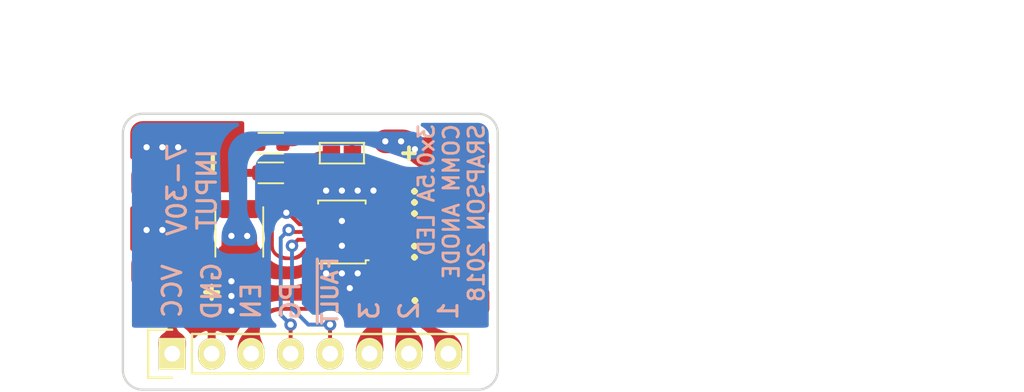
<source format=kicad_pcb>
(kicad_pcb (version 20171130) (host pcbnew "(5.0.1-3-g963ef8bb5)")

  (general
    (thickness 1.6)
    (drawings 27)
    (tracks 55)
    (zones 0)
    (modules 12)
    (nets 14)
  )

  (page A4)
  (title_block
    (title "3 channel common anode LED driver")
    (date 2018-11-10)
    (rev 1.0)
    (company "Electric UI")
    (comment 1 "Scott Rapson")
  )

  (layers
    (0 F.Cu signal)
    (31 B.Cu signal)
    (32 B.Adhes user)
    (33 F.Adhes user)
    (34 B.Paste user)
    (35 F.Paste user)
    (36 B.SilkS user)
    (37 F.SilkS user)
    (38 B.Mask user)
    (39 F.Mask user)
    (40 Dwgs.User user)
    (41 Cmts.User user)
    (42 Eco1.User user)
    (43 Eco2.User user)
    (44 Edge.Cuts user)
    (45 Margin user)
    (46 B.CrtYd user)
    (47 F.CrtYd user)
    (48 B.Fab user)
    (49 F.Fab user)
  )

  (setup
    (last_trace_width 0.25)
    (trace_clearance 0.2)
    (zone_clearance 0.4)
    (zone_45_only no)
    (trace_min 0.2)
    (segment_width 0.2)
    (edge_width 0.15)
    (via_size 0.8)
    (via_drill 0.4)
    (via_min_size 0.4)
    (via_min_drill 0.3)
    (uvia_size 0.3)
    (uvia_drill 0.1)
    (uvias_allowed no)
    (uvia_min_size 0.2)
    (uvia_min_drill 0.1)
    (pcb_text_width 0.3)
    (pcb_text_size 1.5 1.5)
    (mod_edge_width 0.15)
    (mod_text_size 1 1)
    (mod_text_width 0.15)
    (pad_size 1.524 1.524)
    (pad_drill 0.762)
    (pad_to_mask_clearance 0.2)
    (solder_mask_min_width 0.25)
    (aux_axis_origin 0 0)
    (visible_elements FFFDFF7F)
    (pcbplotparams
      (layerselection 0x313fc_ffffffff)
      (usegerberextensions true)
      (usegerberattributes false)
      (usegerberadvancedattributes false)
      (creategerberjobfile false)
      (excludeedgelayer true)
      (linewidth 0.100000)
      (plotframeref false)
      (viasonmask false)
      (mode 1)
      (useauxorigin false)
      (hpglpennumber 1)
      (hpglpenspeed 20)
      (hpglpendiameter 15.000000)
      (psnegative false)
      (psa4output false)
      (plotreference true)
      (plotvalue true)
      (plotinvisibletext false)
      (padsonsilk false)
      (subtractmaskfromsilk false)
      (outputformat 1)
      (mirror false)
      (drillshape 0)
      (scaleselection 1)
      (outputdirectory "Outputs/manf_exports/"))
  )

  (net 0 "")
  (net 1 GND)
  (net 2 +POWER)
  (net 3 /ENABLE)
  (net 4 /POWER_GOOD)
  (net 5 /PWM1)
  (net 6 /PWM2)
  (net 7 /PWM3)
  (net 8 /LED_1)
  (net 9 /LED_2)
  (net 10 /LED_3)
  (net 11 "Net-(R1-Pad1)")
  (net 12 "Net-(R2-Pad1)")
  (net 13 /~FAULT)

  (net_class Default "This is the default net class."
    (clearance 0.2)
    (trace_width 0.25)
    (via_dia 0.8)
    (via_drill 0.4)
    (uvia_dia 0.3)
    (uvia_drill 0.1)
    (add_net +POWER)
    (add_net /ENABLE)
    (add_net /LED_1)
    (add_net /LED_2)
    (add_net /LED_3)
    (add_net /POWER_GOOD)
    (add_net /PWM1)
    (add_net /PWM2)
    (add_net /PWM3)
    (add_net /~FAULT)
    (add_net GND)
    (add_net "Net-(R1-Pad1)")
    (add_net "Net-(R2-Pad1)")
  )

  (module Applidyne_Capacitor:CAPC3225X170N (layer F.Cu) (tedit 5BE642B4) (tstamp 5BF1E2E3)
    (at 130.048 65.405 90)
    (descr "Capacitor, Chip; 3.20 mm L X 2.50 mm W X 1.70 mm H body")
    (tags "smd chip CAPC3225X170N CAP")
    (path /5B8F550E)
    (autoplace_cost90 10)
    (autoplace_cost180 10)
    (attr smd)
    (fp_text reference C1 (at 0 -2.2 90) (layer F.SilkS) hide
      (effects (font (size 1 0.8) (thickness 0.12)))
    )
    (fp_text value 22u_X7R_3225M (at 0 0 90) (layer F.Fab) hide
      (effects (font (size 1 0.8) (thickness 0.12)))
    )
    (fp_text user %R (at 0 0 90) (layer F.Fab)
      (effects (font (size 1 1) (thickness 0.12)))
    )
    (fp_circle (center 0 0) (end 0.25 0) (layer F.CrtYd) (width 0.05))
    (fp_line (start -1.7 1.35) (end -1.7 -1.35) (layer F.Fab) (width 0.12))
    (fp_line (start -1.7 -1.35) (end 1.7 -1.35) (layer F.Fab) (width 0.12))
    (fp_line (start 1.7 -1.35) (end 1.7 1.35) (layer F.Fab) (width 0.12))
    (fp_line (start 1.7 1.35) (end -1.7 1.35) (layer F.Fab) (width 0.12))
    (fp_line (start 1.6 -1.54) (end -1.6 -1.54) (layer F.SilkS) (width 0.12))
    (fp_line (start 1.6 1.54) (end -1.6 1.54) (layer F.SilkS) (width 0.12))
    (fp_line (start -2.31 1.61) (end -2.31 -1.61) (layer F.CrtYd) (width 0.05))
    (fp_line (start -2.31 -1.61) (end 2.31 -1.61) (layer F.CrtYd) (width 0.05))
    (fp_line (start 2.31 -1.61) (end 2.31 1.61) (layer F.CrtYd) (width 0.05))
    (fp_line (start 2.31 1.61) (end -2.31 1.61) (layer F.CrtYd) (width 0.05))
    (fp_line (start 0.35 0) (end -0.35 0) (layer F.CrtYd) (width 0.05))
    (fp_line (start 0 -0.35) (end 0 0.35) (layer F.CrtYd) (width 0.05))
    (pad 1 smd roundrect (at -1.475 0 270) (size 1.16 2.72) (layers F.Cu F.Paste F.Mask) (roundrect_rratio 0.25)
      (net 2 +POWER))
    (pad 2 smd roundrect (at 1.475 0 270) (size 1.16 2.72) (layers F.Cu F.Paste F.Mask) (roundrect_rratio 0.25)
      (net 1 GND))
    (model ${APPLI_PACKAGES_3D}/appli_capacitor.3dshapes/CAPC3225X170.step
      (at (xyz 0 0 0))
      (scale (xyz 1 1 1))
      (rotate (xyz 0 0 0))
    )
  )

  (module Applidyne_Resistor:RESC1608X50N (layer F.Cu) (tedit 5BE642AE) (tstamp 5B98B612)
    (at 132.08 59.69 180)
    (descr "Resistor, Chip; 1.60 mm L X 0.85 mm W X 0.50 mm H body")
    (tags "smd chip RESC1608X50N RES")
    (path /5B8ED7A8)
    (autoplace_cost90 10)
    (autoplace_cost180 10)
    (attr smd)
    (fp_text reference R1 (at 0 -1.4 180) (layer F.SilkS) hide
      (effects (font (size 1 0.8) (thickness 0.12)))
    )
    (fp_text value 12K7_1608M (at 0 0 180) (layer F.Fab) hide
      (effects (font (size 1 0.8) (thickness 0.12)))
    )
    (fp_line (start 0 -0.35) (end 0 0.35) (layer F.CrtYd) (width 0.05))
    (fp_line (start 0.35 0) (end -0.35 0) (layer F.CrtYd) (width 0.05))
    (fp_line (start 1.45 0.74) (end -1.45 0.74) (layer F.CrtYd) (width 0.05))
    (fp_line (start 1.45 -0.74) (end 1.45 0.74) (layer F.CrtYd) (width 0.05))
    (fp_line (start -1.45 -0.74) (end 1.45 -0.74) (layer F.CrtYd) (width 0.05))
    (fp_line (start -1.45 0.74) (end -1.45 -0.74) (layer F.CrtYd) (width 0.05))
    (fp_line (start 0.8 0.67) (end -0.8 0.67) (layer F.SilkS) (width 0.12))
    (fp_line (start 0.8 -0.67) (end -0.8 -0.67) (layer F.SilkS) (width 0.12))
    (fp_line (start 0.83 0.48) (end -0.83 0.48) (layer F.Fab) (width 0.12))
    (fp_line (start 0.83 -0.48) (end 0.83 0.48) (layer F.Fab) (width 0.12))
    (fp_line (start -0.83 -0.48) (end 0.83 -0.48) (layer F.Fab) (width 0.12))
    (fp_line (start -0.83 0.48) (end -0.83 -0.48) (layer F.Fab) (width 0.12))
    (fp_circle (center 0 0) (end 0.25 0) (layer F.CrtYd) (width 0.05))
    (fp_text user %R (at 0 0 180) (layer F.Fab)
      (effects (font (size 0.5 0.4) (thickness 0.05)))
    )
    (pad 2 smd roundrect (at 0.775 0) (size 0.85 0.98) (layers F.Cu F.Paste F.Mask) (roundrect_rratio 0.25)
      (net 1 GND))
    (pad 1 smd roundrect (at -0.775 0) (size 0.85 0.98) (layers F.Cu F.Paste F.Mask) (roundrect_rratio 0.25)
      (net 11 "Net-(R1-Pad1)"))
    (model ${APPLI_PACKAGES_3D}/appli_resistor.3dshapes/RESC1608X50.step
      (at (xyz 0 0 0))
      (scale (xyz 1 1 1))
      (rotate (xyz 0 0 0))
    )
  )

  (module Applidyne_Resistor:RESC1608X50N (layer F.Cu) (tedit 5BE642AC) (tstamp 5B98B626)
    (at 132.08 61.595 180)
    (descr "Resistor, Chip; 1.60 mm L X 0.85 mm W X 0.50 mm H body")
    (tags "smd chip RESC1608X50N RES")
    (path /5B8D8138)
    (autoplace_cost90 10)
    (autoplace_cost180 10)
    (attr smd)
    (fp_text reference R2 (at 0 -1.4 180) (layer F.SilkS) hide
      (effects (font (size 1 0.8) (thickness 0.12)))
    )
    (fp_text value 12K7_1608M (at 0 0 180) (layer F.Fab) hide
      (effects (font (size 1 0.8) (thickness 0.12)))
    )
    (fp_text user %R (at 0 0 180) (layer F.Fab)
      (effects (font (size 0.5 0.4) (thickness 0.05)))
    )
    (fp_circle (center 0 0) (end 0.25 0) (layer F.CrtYd) (width 0.05))
    (fp_line (start -0.83 0.48) (end -0.83 -0.48) (layer F.Fab) (width 0.12))
    (fp_line (start -0.83 -0.48) (end 0.83 -0.48) (layer F.Fab) (width 0.12))
    (fp_line (start 0.83 -0.48) (end 0.83 0.48) (layer F.Fab) (width 0.12))
    (fp_line (start 0.83 0.48) (end -0.83 0.48) (layer F.Fab) (width 0.12))
    (fp_line (start 0.8 -0.67) (end -0.8 -0.67) (layer F.SilkS) (width 0.12))
    (fp_line (start 0.8 0.67) (end -0.8 0.67) (layer F.SilkS) (width 0.12))
    (fp_line (start -1.45 0.74) (end -1.45 -0.74) (layer F.CrtYd) (width 0.05))
    (fp_line (start -1.45 -0.74) (end 1.45 -0.74) (layer F.CrtYd) (width 0.05))
    (fp_line (start 1.45 -0.74) (end 1.45 0.74) (layer F.CrtYd) (width 0.05))
    (fp_line (start 1.45 0.74) (end -1.45 0.74) (layer F.CrtYd) (width 0.05))
    (fp_line (start 0.35 0) (end -0.35 0) (layer F.CrtYd) (width 0.05))
    (fp_line (start 0 -0.35) (end 0 0.35) (layer F.CrtYd) (width 0.05))
    (pad 1 smd roundrect (at -0.775 0) (size 0.85 0.98) (layers F.Cu F.Paste F.Mask) (roundrect_rratio 0.25)
      (net 12 "Net-(R2-Pad1)"))
    (pad 2 smd roundrect (at 0.775 0) (size 0.85 0.98) (layers F.Cu F.Paste F.Mask) (roundrect_rratio 0.25)
      (net 1 GND))
    (model ${APPLI_PACKAGES_3D}/appli_resistor.3dshapes/RESC1608X50.step
      (at (xyz 0 0 0))
      (scale (xyz 1 1 1))
      (rotate (xyz 0 0 0))
    )
  )

  (module Applidyne_QFN:QFN14P50_400X300X65L40X25N (layer F.Cu) (tedit 5BE642B9) (tstamp 5B98B664)
    (at 136.652 65.405 90)
    (descr "Quad Flat No-Lead (QFN), 0.50 mm pitch; rect., 7 pin X 1 pin, 4.00 mm L X 3.00 mm W X 0.65 mm H body")
    (path /5B8D236C)
    (clearance 0.1)
    (attr smd)
    (fp_text reference U1 (at -2.921 2.794 180) (layer F.SilkS) hide
      (effects (font (size 1.2 1.2) (thickness 0.12)))
    )
    (fp_text value AL1793AFE-13 (at 0 0 90) (layer F.SilkS) hide
      (effects (font (size 1.27 1.27) (thickness 0.15)))
    )
    (fp_circle (center 0 0) (end 0 0.25) (layer F.CrtYd) (width 0.05))
    (fp_line (start 0 -0.35) (end 0 0.35) (layer F.CrtYd) (width 0.05))
    (fp_line (start -0.35 0) (end 0.35 0) (layer F.CrtYd) (width 0.05))
    (fp_line (start -1.82 1.53) (end -1.82 1.73) (layer F.SilkS) (width 0.12))
    (fp_line (start -1.89 1.78) (end -1.89 2.1) (layer F.CrtYd) (width 0.05))
    (fp_line (start -1.89 2.1) (end 1.89 2.1) (layer F.CrtYd) (width 0.05))
    (fp_line (start 1.89 2.1) (end 1.89 1.78) (layer F.CrtYd) (width 0.05))
    (fp_line (start 1.89 1.78) (end 2.28 1.78) (layer F.CrtYd) (width 0.05))
    (fp_line (start 2.28 1.78) (end 2.28 -1.78) (layer F.CrtYd) (width 0.05))
    (fp_line (start 2.28 -1.78) (end 1.89 -1.78) (layer F.CrtYd) (width 0.05))
    (fp_line (start 1.89 -1.78) (end 1.89 -2.1) (layer F.CrtYd) (width 0.05))
    (fp_line (start 1.89 -2.1) (end -1.89 -2.1) (layer F.CrtYd) (width 0.05))
    (fp_line (start -1.89 -2.1) (end -1.89 -1.78) (layer F.CrtYd) (width 0.05))
    (fp_line (start -1.89 -1.78) (end -2.28 -1.78) (layer F.CrtYd) (width 0.05))
    (fp_line (start -2.28 -1.78) (end -2.28 1.78) (layer F.CrtYd) (width 0.05))
    (fp_line (start -2.28 1.78) (end -1.89 1.78) (layer F.CrtYd) (width 0.05))
    (fp_line (start 2.03 1.53) (end -1.01 1.53) (layer F.Fab) (width 0.12))
    (fp_line (start -1.01 1.53) (end -2.03 0.51) (layer F.Fab) (width 0.12))
    (fp_line (start -2.03 0.51) (end -2.03 -1.53) (layer F.Fab) (width 0.12))
    (fp_line (start -2.03 -1.53) (end 2.03 -1.53) (layer F.Fab) (width 0.12))
    (fp_line (start 2.03 -1.53) (end 2.03 1.53) (layer F.Fab) (width 0.12))
    (fp_line (start -1.82 1.53) (end -2.03 1.53) (layer F.SilkS) (width 0.12))
    (fp_line (start 1.82 1.53) (end 2.03 1.53) (layer F.SilkS) (width 0.12))
    (fp_line (start 1.82 -1.53) (end 2.03 -1.53) (layer F.SilkS) (width 0.12))
    (fp_line (start 2.03 -1.53) (end 2.03 1.53) (layer F.SilkS) (width 0.12))
    (fp_line (start -1.82 -1.53) (end -2.03 -1.53) (layer F.SilkS) (width 0.12))
    (fp_line (start -2.03 -1.53) (end -2.03 1.53) (layer F.SilkS) (width 0.12))
    (pad 1 smd rect (at -1.5 1.445 180) (size 0.81 0.27) (layers F.Cu F.Paste F.Mask)
      (net 3 /ENABLE))
    (pad 2 smd rect (at -1 1.445 180) (size 0.81 0.27) (layers F.Cu F.Paste F.Mask)
      (net 1 GND))
    (pad 3 smd rect (at -0.5 1.445 180) (size 0.81 0.27) (layers F.Cu F.Paste F.Mask)
      (net 7 /PWM3))
    (pad 4 smd rect (at 0 1.445 180) (size 0.81 0.27) (layers F.Cu F.Paste F.Mask)
      (net 6 /PWM2))
    (pad 5 smd rect (at 0.5 1.445 180) (size 0.81 0.27) (layers F.Cu F.Paste F.Mask)
      (net 5 /PWM1))
    (pad 6 smd rect (at 1 1.445 180) (size 0.81 0.27) (layers F.Cu F.Paste F.Mask)
      (net 8 /LED_1))
    (pad 7 smd rect (at 1.5 1.445 180) (size 0.81 0.27) (layers F.Cu F.Paste F.Mask)
      (net 9 /LED_2))
    (pad 8 smd rect (at 1.5 -1.445 180) (size 0.81 0.27) (layers F.Cu F.Paste F.Mask)
      (net 1 GND))
    (pad 9 smd rect (at 1 -1.445 180) (size 0.81 0.27) (layers F.Cu F.Paste F.Mask)
      (net 10 /LED_3))
    (pad 10 smd rect (at 0.5 -1.445 180) (size 0.81 0.27) (layers F.Cu F.Paste F.Mask)
      (net 1 GND))
    (pad 11 smd rect (at 0 -1.445 180) (size 0.81 0.27) (layers F.Cu F.Paste F.Mask)
      (net 4 /POWER_GOOD))
    (pad 12 smd rect (at -0.5 -1.445 180) (size 0.81 0.27) (layers F.Cu F.Paste F.Mask)
      (net 13 /~FAULT))
    (pad 13 smd rect (at -1 -1.445 180) (size 0.81 0.27) (layers F.Cu F.Paste F.Mask)
      (net 12 "Net-(R2-Pad1)"))
    (pad 14 smd rect (at -1.5 -1.445 180) (size 0.81 0.27) (layers F.Cu F.Paste F.Mask)
      (net 2 +POWER))
    (pad 15 smd rect (at 0 0 270) (size 3.3 1.7) (layers F.Cu F.Paste F.Mask)
      (net 1 GND))
  )

  (module Applidyne_Connector:PAD_SOLDER_2mm (layer F.Cu) (tedit 5BE6302C) (tstamp 5BF1C754)
    (at 125.095 67.945 90)
    (path /5BE656B8)
    (fp_text reference P1 (at 0 3.81 90) (layer F.SilkS) hide
      (effects (font (size 1 1) (thickness 0.15)))
    )
    (fp_text value PAD_SOLDER_2mm (at 0 -0.5 90) (layer F.Fab) hide
      (effects (font (size 1 1) (thickness 0.15)))
    )
    (fp_text user %R (at 0 0 90) (layer F.Fab)
      (effects (font (size 1 1) (thickness 0.15)))
    )
    (pad 1 smd roundrect (at 0 0 90) (size 2 4) (layers F.Cu F.Paste F.Mask) (roundrect_rratio 0.25)
      (net 2 +POWER))
  )

  (module Applidyne_Connector:PAD_SOLDER_2mm (layer F.Cu) (tedit 5BE6302E) (tstamp 5BF1C759)
    (at 125.095 62.23 90)
    (path /5BE651DF)
    (fp_text reference P2 (at 0 3.81 90) (layer F.SilkS) hide
      (effects (font (size 1 1) (thickness 0.15)))
    )
    (fp_text value PAD_SOLDER_2mm (at 0 -0.5 90) (layer F.Fab) hide
      (effects (font (size 1 1) (thickness 0.15)))
    )
    (fp_text user %R (at 0 0 90) (layer F.Fab)
      (effects (font (size 1 1) (thickness 0.15)))
    )
    (pad 1 smd roundrect (at 0 0 90) (size 2 4) (layers F.Cu F.Paste F.Mask) (roundrect_rratio 0.25)
      (net 1 GND))
  )

  (module Applidyne_Connector_Wurth:61300811121 (layer F.Cu) (tedit 5BE65936) (tstamp 5BF1C75E)
    (at 125.73 73.25 90)
    (descr "Through hole pin header")
    (tags "pin header")
    (path /5BE6660F)
    (fp_text reference P3 (at 0 -3 90) (layer F.SilkS) hide
      (effects (font (size 1 1) (thickness 0.15)))
    )
    (fp_text value CONN_01X08 (at 0 -3.1 90) (layer F.SilkS) hide
      (effects (font (size 1 1) (thickness 0.15)))
    )
    (fp_line (start -1.75 -1.75) (end -1.75 19.55) (layer F.CrtYd) (width 0.05))
    (fp_line (start 1.75 -1.75) (end 1.75 19.55) (layer F.CrtYd) (width 0.05))
    (fp_line (start -1.75 -1.75) (end 1.75 -1.75) (layer F.CrtYd) (width 0.05))
    (fp_line (start -1.75 19.55) (end 1.75 19.55) (layer F.CrtYd) (width 0.05))
    (fp_line (start 1.27 1.27) (end 1.27 19.05) (layer F.SilkS) (width 0.15))
    (fp_line (start 1.27 19.05) (end -1.27 19.05) (layer F.SilkS) (width 0.15))
    (fp_line (start -1.27 19.05) (end -1.27 1.27) (layer F.SilkS) (width 0.15))
    (fp_line (start 1.55 -1.55) (end 1.55 0) (layer F.SilkS) (width 0.15))
    (fp_line (start 1.27 1.27) (end -1.27 1.27) (layer F.SilkS) (width 0.15))
    (fp_line (start -1.55 0) (end -1.55 -1.55) (layer F.SilkS) (width 0.15))
    (fp_line (start -1.55 -1.55) (end 1.55 -1.55) (layer F.SilkS) (width 0.15))
    (fp_text user %R (at 0 -3 90) (layer F.Fab)
      (effects (font (size 1 1) (thickness 0.15)))
    )
    (pad 1 thru_hole rect (at 0 0 90) (size 2.032 1.7272) (drill 1.016) (layers *.Cu *.Mask F.SilkS)
      (net 2 +POWER))
    (pad 2 thru_hole oval (at 0 2.54 90) (size 2.032 1.7272) (drill 1.016) (layers *.Cu *.Mask F.SilkS)
      (net 1 GND))
    (pad 3 thru_hole oval (at 0 5.08 90) (size 2.032 1.7272) (drill 1.016) (layers *.Cu *.Mask F.SilkS)
      (net 3 /ENABLE))
    (pad 4 thru_hole oval (at 0 7.62 90) (size 2.032 1.7272) (drill 1.016) (layers *.Cu *.Mask F.SilkS)
      (net 4 /POWER_GOOD))
    (pad 5 thru_hole oval (at 0 10.16 90) (size 2.032 1.7272) (drill 1.016) (layers *.Cu *.Mask F.SilkS)
      (net 13 /~FAULT))
    (pad 6 thru_hole oval (at 0 12.7 90) (size 2.032 1.7272) (drill 1.016) (layers *.Cu *.Mask F.SilkS)
      (net 7 /PWM3))
    (pad 7 thru_hole oval (at 0 15.24 90) (size 2.032 1.7272) (drill 1.016) (layers *.Cu *.Mask F.SilkS)
      (net 6 /PWM2))
    (pad 8 thru_hole oval (at 0 17.78 90) (size 2.032 1.7272) (drill 1.016) (layers *.Cu *.Mask F.SilkS)
      (net 5 /PWM1))
    (model ${APPLI_PACKAGES_3D}/appli_connector_wurth.3dshapes/61300811121.step
      (offset (xyz 0 -8.889999866485596 0.9999999849815068))
      (scale (xyz 1 1 1))
      (rotate (xyz -90 0 90))
    )
  )

  (module Applidyne_Connector:PAD_SOLDER_2mm (layer F.Cu) (tedit 5BE63038) (tstamp 5BF1C775)
    (at 144.145 60.325 90)
    (path /5BE64212)
    (fp_text reference P4 (at 0 3.81 90) (layer F.SilkS) hide
      (effects (font (size 1 1) (thickness 0.15)))
    )
    (fp_text value PAD_SOLDER_2mm (at 0 -0.5 90) (layer F.Fab) hide
      (effects (font (size 1 1) (thickness 0.15)))
    )
    (fp_text user %R (at 0 0 90) (layer F.Fab)
      (effects (font (size 1 1) (thickness 0.15)))
    )
    (pad 1 smd roundrect (at 0 0 90) (size 2 4) (layers F.Cu F.Paste F.Mask) (roundrect_rratio 0.25)
      (net 2 +POWER))
  )

  (module Applidyne_Connector:PAD_SOLDER_2mm (layer F.Cu) (tedit 5BE63031) (tstamp 5BF1C77A)
    (at 144.145 69.85 90)
    (path /5BE64867)
    (fp_text reference P5 (at 0 3.81 90) (layer F.SilkS) hide
      (effects (font (size 1 1) (thickness 0.15)))
    )
    (fp_text value PAD_SOLDER_2mm (at 0 -0.5 90) (layer F.Fab) hide
      (effects (font (size 1 1) (thickness 0.15)))
    )
    (fp_text user %R (at 0 0 90) (layer F.Fab)
      (effects (font (size 1 1) (thickness 0.15)))
    )
    (pad 1 smd roundrect (at 0 0 90) (size 2 4) (layers F.Cu F.Paste F.Mask) (roundrect_rratio 0.25)
      (net 8 /LED_1))
  )

  (module Applidyne_Connector:PAD_SOLDER_2mm (layer F.Cu) (tedit 5BE63033) (tstamp 5BF1C77F)
    (at 144.145 66.675 90)
    (path /5BE648E5)
    (fp_text reference P6 (at 0 3.81 90) (layer F.SilkS) hide
      (effects (font (size 1 1) (thickness 0.15)))
    )
    (fp_text value PAD_SOLDER_2mm (at 0 -0.5 90) (layer F.Fab) hide
      (effects (font (size 1 1) (thickness 0.15)))
    )
    (fp_text user %R (at 0 0 90) (layer F.Fab)
      (effects (font (size 1 1) (thickness 0.15)))
    )
    (pad 1 smd roundrect (at 0 0 90) (size 2 4) (layers F.Cu F.Paste F.Mask) (roundrect_rratio 0.25)
      (net 9 /LED_2))
  )

  (module Applidyne_Connector:PAD_SOLDER_2mm (layer F.Cu) (tedit 5BE63035) (tstamp 5BF1C784)
    (at 144.145 63.5 90)
    (path /5BE64992)
    (fp_text reference P7 (at 0 3.81 90) (layer F.SilkS) hide
      (effects (font (size 1 1) (thickness 0.15)))
    )
    (fp_text value PAD_SOLDER_2mm (at 0 -0.5 90) (layer F.Fab) hide
      (effects (font (size 1 1) (thickness 0.15)))
    )
    (fp_text user %R (at 0 0 90) (layer F.Fab)
      (effects (font (size 1 1) (thickness 0.15)))
    )
    (pad 1 smd roundrect (at 0 0 90) (size 2 4) (layers F.Cu F.Paste F.Mask) (roundrect_rratio 0.25)
      (net 10 /LED_3))
  )

  (module Applidyne_Link:SJ1608-2N (layer F.Cu) (tedit 5BE642B2) (tstamp 5BF1C789)
    (at 136.652 60.325 180)
    (descr "Solder Link 2-Way, 1.60 mm L X 0.80 mm W")
    (tags "smd solder link SJ1608-2N")
    (path /5BE6CF23)
    (attr smd)
    (fp_text reference SL1 (at 0 -1.3 180) (layer F.SilkS) hide
      (effects (font (size 0.5 0.5) (thickness 0.05)))
    )
    (fp_text value SOLDER-LINK-2 (at 0 1.2 180) (layer F.SilkS) hide
      (effects (font (size 0.5 0.5) (thickness 0.05)))
    )
    (fp_line (start 1.45 -0.665) (end -1.45 -0.665) (layer F.SilkS) (width 0.12))
    (fp_line (start 1.45 0.665) (end -1.45 0.665) (layer F.SilkS) (width 0.12))
    (fp_line (start 1.42 0.665) (end 1.42 -0.665) (layer F.SilkS) (width 0.12))
    (fp_line (start -1.42 0.665) (end -1.42 -0.665) (layer F.SilkS) (width 0.12))
    (fp_line (start -1.49 0.74) (end -1.49 -0.74) (layer F.CrtYd) (width 0.05))
    (fp_line (start -1.49 -0.74) (end 1.49 -0.74) (layer F.CrtYd) (width 0.05))
    (fp_line (start 1.49 -0.74) (end 1.49 0.74) (layer F.CrtYd) (width 0.05))
    (fp_line (start 1.49 0.74) (end -1.49 0.74) (layer F.CrtYd) (width 0.05))
    (pad 1 smd rect (at -0.675 0 180) (size 1.12 0.97) (layers F.Cu F.Mask)
      (net 11 "Net-(R1-Pad1)"))
    (pad 2 smd rect (at 0.675 0 180) (size 1.12 0.97) (layers F.Cu F.Mask)
      (net 12 "Net-(R2-Pad1)"))
  )

  (gr_text "PCB Stackup\n\n2 Layer\n1.6mm FR4\nENIG Finish\n25*18mm\n>0.35mm via drill\n>0.25mm clearance" (at 157.0355 65.278) (layer Cmts.User)
    (effects (font (size 1.5 1.5) (thickness 0.3)) (justify left))
  )
  (dimension 17.780113 (width 0.3) (layer Dwgs.User)
    (gr_text "17.780 mm" (at 116.580656 66.69645 270.2046269) (layer Dwgs.User)
      (effects (font (size 1.5 1.5) (thickness 0.3)))
    )
    (feature1 (pts (xy 122.6185 75.565) (xy 118.125976 75.581045)))
    (feature2 (pts (xy 122.555 57.785) (xy 118.062476 57.801045)))
    (crossbar (pts (xy 118.648893 57.79895) (xy 118.712393 75.57895)))
    (arrow1a (pts (xy 118.712393 75.57895) (xy 118.121953 74.454548)))
    (arrow1b (pts (xy 118.712393 75.57895) (xy 119.294787 74.450359)))
    (arrow2a (pts (xy 118.648893 57.79895) (xy 118.066499 58.927541)))
    (arrow2b (pts (xy 118.648893 57.79895) (xy 119.239333 58.923352)))
  )
  (dimension 24.1935 (width 0.3) (layer Dwgs.User)
    (gr_text "24.194 mm" (at 134.65175 51.5575) (layer Dwgs.User)
      (effects (font (size 1.5 1.5) (thickness 0.3)))
    )
    (feature1 (pts (xy 146.7485 57.7215) (xy 146.7485 53.071079)))
    (feature2 (pts (xy 122.555 57.7215) (xy 122.555 53.071079)))
    (crossbar (pts (xy 122.555 53.6575) (xy 146.7485 53.6575)))
    (arrow1a (pts (xy 146.7485 53.6575) (xy 145.621996 54.243921)))
    (arrow1b (pts (xy 146.7485 53.6575) (xy 145.621996 53.071079)))
    (arrow2a (pts (xy 122.555 53.6575) (xy 123.681504 54.243921)))
    (arrow2b (pts (xy 122.555 53.6575) (xy 123.681504 53.071079)))
  )
  (gr_text "3x0.5A LED\nCOMM ANODE\nSRAPSON 2018" (at 143.7005 58.3565 90) (layer B.SilkS) (tstamp 5BE66211)
    (effects (font (size 1 1) (thickness 0.18)) (justify left mirror))
  )
  (gr_text "7-30V\nINPUT" (at 127 62.6745 90) (layer B.SilkS) (tstamp 5BE6606E)
    (effects (font (size 1.2 1.2) (thickness 0.2)) (justify mirror))
  )
  (gr_text 1 (at 143.51 70.485 90) (layer B.SilkS) (tstamp 5BE65F91)
    (effects (font (size 1.2 1.2) (thickness 0.2)) (justify mirror))
  )
  (gr_text 2 (at 140.97 70.485 90) (layer B.SilkS) (tstamp 5BE65F8F)
    (effects (font (size 1.2 1.2) (thickness 0.2)) (justify mirror))
  )
  (gr_text 3 (at 138.43 70.485 90) (layer B.SilkS) (tstamp 5BE65F8D)
    (effects (font (size 1.2 1.2) (thickness 0.2)) (justify mirror))
  )
  (gr_text ~FAULT (at 135.89 69.215 90) (layer B.SilkS) (tstamp 5BE65F8B)
    (effects (font (size 1 1) (thickness 0.2)) (justify mirror))
  )
  (gr_text PG (at 133.35 69.85 90) (layer B.SilkS) (tstamp 5BE65F89)
    (effects (font (size 1.2 1.2) (thickness 0.2)) (justify mirror))
  )
  (gr_text EN (at 130.81 69.85 90) (layer B.SilkS) (tstamp 5BE65F85)
    (effects (font (size 1.2 1.2) (thickness 0.2)) (justify mirror))
  )
  (gr_text GND (at 128.27 69.215 90) (layer B.SilkS) (tstamp 5BE65F7E)
    (effects (font (size 1.2 1.2) (thickness 0.2)) (justify mirror))
  )
  (gr_text VCC (at 125.73 69.215 90) (layer B.SilkS)
    (effects (font (size 1.2 1.2) (thickness 0.2)) (justify mirror))
  )
  (gr_text … (at 140.716 63.5 90) (layer F.SilkS) (tstamp 5BE65E06)
    (effects (font (size 1.5 1.5) (thickness 0.3)))
  )
  (gr_text .. (at 140.716 66.675 90) (layer F.SilkS) (tstamp 5BE65E00)
    (effects (font (size 1.5 1.5) (thickness 0.3)))
  )
  (gr_text . (at 141.351 69.215) (layer F.SilkS) (tstamp 5BE65DF6)
    (effects (font (size 1.5 1.5) (thickness 0.3)))
  )
  (gr_text + (at 140.97 60.2615) (layer F.SilkS) (tstamp 5BE65DF6)
    (effects (font (size 1 1) (thickness 0.25)))
  )
  (gr_text - (at 128.27 60.96 90) (layer F.SilkS) (tstamp 5BE65DEB)
    (effects (font (size 1.1 1.1) (thickness 0.275)))
  )
  (gr_text + (at 128.27 69.215) (layer F.SilkS)
    (effects (font (size 1.1 1.1) (thickness 0.275)))
  )
  (gr_arc (start 145.415 59.055) (end 146.685 59.055) (angle -90) (layer Edge.Cuts) (width 0.15) (tstamp 5BE65D6C))
  (gr_arc (start 123.825 59.055) (end 123.825 57.785) (angle -90) (layer Edge.Cuts) (width 0.15) (tstamp 5BE65D6C))
  (gr_arc (start 123.825 74.295) (end 122.555 74.295) (angle -90) (layer Edge.Cuts) (width 0.15) (tstamp 5BE65D6C))
  (gr_arc (start 145.415 74.295) (end 145.415 75.565) (angle -90) (layer Edge.Cuts) (width 0.15))
  (gr_line (start 122.555 59.055) (end 122.555 74.295) (layer Edge.Cuts) (width 0.15))
  (gr_line (start 145.415 57.785) (end 123.825 57.785) (layer Edge.Cuts) (width 0.15))
  (gr_line (start 146.685 74.295) (end 146.685 59.055) (layer Edge.Cuts) (width 0.15))
  (gr_line (start 123.825 75.565) (end 145.415 75.565) (layer Edge.Cuts) (width 0.15))

  (via (at 136.652 66.294) (size 0.8) (drill 0.4) (layers F.Cu B.Cu) (net 1))
  (via (at 136.652 62.738) (size 0.8) (drill 0.4) (layers F.Cu B.Cu) (net 1) (tstamp 5BF1EA24))
  (via (at 135.636 62.738) (size 0.8) (drill 0.4) (layers F.Cu B.Cu) (net 1) (tstamp 5BF1EA25))
  (via (at 137.668 62.738) (size 0.8) (drill 0.4) (layers F.Cu B.Cu) (net 1) (tstamp 5BF1EA26))
  (segment (start 138.097 66.405) (end 137.442 66.405) (width 0.25) (layer F.Cu) (net 1))
  (segment (start 135.862 63.905) (end 136.652 64.695) (width 0.25) (layer F.Cu) (net 1))
  (segment (start 135.207 63.905) (end 135.862 63.905) (width 0.25) (layer F.Cu) (net 1))
  (via (at 136.652 68.072) (size 0.8) (drill 0.4) (layers F.Cu B.Cu) (net 1))
  (via (at 135.636 68.072) (size 0.8) (drill 0.4) (layers F.Cu B.Cu) (net 1))
  (segment (start 136.652 64.695) (end 136.652 65.405) (width 0.25) (layer F.Cu) (net 1) (tstamp 5BF1EE57))
  (via (at 136.652 64.695) (size 0.8) (drill 0.4) (layers F.Cu B.Cu) (net 1))
  (segment (start 136.152 64.905) (end 136.652 65.405) (width 0.25) (layer F.Cu) (net 1))
  (segment (start 135.207 64.905) (end 136.152 64.905) (width 0.25) (layer F.Cu) (net 1))
  (via (at 137.668 68.072) (size 0.8) (drill 0.4) (layers F.Cu B.Cu) (net 1))
  (via (at 125.095 59.944) (size 0.8) (drill 0.4) (layers F.Cu B.Cu) (net 1))
  (via (at 124.079 59.944) (size 0.8) (drill 0.4) (layers F.Cu B.Cu) (net 1))
  (via (at 126.111 59.944) (size 0.8) (drill 0.4) (layers F.Cu B.Cu) (net 1))
  (via (at 133.075742 64.16189) (size 0.8) (drill 0.4) (layers F.Cu B.Cu) (net 1))
  (segment (start 133.24989 64.16189) (end 133.075742 64.16189) (width 0.25) (layer F.Cu) (net 1))
  (segment (start 133.179886 64.16189) (end 133.075742 64.16189) (width 0.25) (layer F.Cu) (net 1))
  (segment (start 133.922996 64.905) (end 133.179886 64.16189) (width 0.25) (layer F.Cu) (net 1))
  (segment (start 135.207 64.905) (end 133.922996 64.905) (width 0.25) (layer F.Cu) (net 1))
  (via (at 129.54 68.58) (size 0.8) (drill 0.4) (layers F.Cu B.Cu) (net 1))
  (via (at 125.095 65.278) (size 0.8) (drill 0.4) (layers F.Cu B.Cu) (net 1))
  (via (at 124.079 65.278) (size 0.8) (drill 0.4) (layers F.Cu B.Cu) (net 1))
  (segment (start 135.207 63.905) (end 135.207 63.167) (width 0.25) (layer F.Cu) (net 1))
  (segment (start 135.207 63.167) (end 135.636 62.738) (width 0.25) (layer F.Cu) (net 1))
  (via (at 129.54 69.5325) (size 0.8) (drill 0.4) (layers F.Cu B.Cu) (net 1))
  (via (at 129.54 70.485) (size 0.8) (drill 0.4) (layers F.Cu B.Cu) (net 1))
  (via (at 137.16 69.0245) (size 0.8) (drill 0.4) (layers F.Cu B.Cu) (net 1))
  (via (at 138.684 62.738) (size 0.8) (drill 0.4) (layers F.Cu B.Cu) (net 1))
  (via (at 139.446 59.563) (size 0.8) (drill 0.4) (layers F.Cu B.Cu) (net 2))
  (via (at 140.462 59.563) (size 0.8) (drill 0.4) (layers F.Cu B.Cu) (net 2))
  (via (at 141.351 60.071) (size 0.8) (drill 0.4) (layers F.Cu B.Cu) (net 2))
  (via (at 130.556 65.659) (size 0.8) (drill 0.4) (layers F.Cu B.Cu) (net 2))
  (via (at 129.54 65.659) (size 0.8) (drill 0.4) (layers F.Cu B.Cu) (net 2))
  (via (at 133.35 71.374) (size 0.8) (drill 0.4) (layers F.Cu B.Cu) (net 4))
  (segment (start 133.35 73.25) (end 133.35 71.374) (width 0.25) (layer F.Cu) (net 4))
  (segment (start 135.207 65.405) (end 133.349994 65.405) (width 0.25) (layer F.Cu) (net 4))
  (via (at 133.223 65.278006) (size 0.8) (drill 0.4) (layers F.Cu B.Cu) (net 4))
  (segment (start 133.349994 65.405) (end 133.223 65.278006) (width 0.25) (layer F.Cu) (net 4))
  (segment (start 132.715 65.786006) (end 132.823001 65.678005) (width 0.25) (layer B.Cu) (net 4))
  (segment (start 132.715 70.739) (end 132.715 65.786006) (width 0.25) (layer B.Cu) (net 4))
  (segment (start 133.35 71.374) (end 132.715 70.739) (width 0.25) (layer B.Cu) (net 4))
  (segment (start 132.823001 65.678005) (end 133.223 65.278006) (width 0.25) (layer B.Cu) (net 4))
  (segment (start 143.129 66.675) (end 144.145 66.675) (width 0.25) (layer F.Cu) (net 9))
  (segment (start 135.89 73.25) (end 135.89 71.374) (width 0.25) (layer F.Cu) (net 13))
  (via (at 135.89 71.374) (size 0.8) (drill 0.4) (layers F.Cu B.Cu) (net 13))
  (segment (start 135.207 65.905) (end 133.82901 65.905) (width 0.25) (layer F.Cu) (net 13))
  (via (at 133.44001 66.294) (size 0.8) (drill 0.4) (layers F.Cu B.Cu) (net 13))
  (segment (start 133.82901 65.905) (end 133.44001 66.294) (width 0.25) (layer F.Cu) (net 13))
  (segment (start 133.44001 66.859685) (end 133.44001 66.294) (width 0.25) (layer B.Cu) (net 13))
  (segment (start 134.493 71.374) (end 133.44001 70.32101) (width 0.25) (layer B.Cu) (net 13))
  (segment (start 133.44001 70.32101) (end 133.44001 66.859685) (width 0.25) (layer B.Cu) (net 13))
  (segment (start 135.89 71.374) (end 134.493 71.374) (width 0.25) (layer B.Cu) (net 13))

  (zone (net 1) (net_name GND) (layer B.Cu) (tstamp 5BF1CCEE) (hatch edge 0.508)
    (connect_pads (clearance 0.508))
    (min_thickness 0.254)
    (fill yes (arc_segments 32) (thermal_gap 0.508) (thermal_bridge_width 0.508) (smoothing fillet) (radius 1))
    (polygon
      (pts
        (xy 122.428 57.658) (xy 146.812 57.658) (xy 146.7612 71.5772) (xy 122.3772 71.5772)
      )
    )
    (filled_polygon
      (pts
        (xy 129.884587 58.511032) (xy 129.794815 58.557564) (xy 129.592181 58.684018) (xy 129.510934 58.74421) (xy 129.330941 58.901225)
        (xy 129.260278 58.973551) (xy 129.10749 59.157146) (xy 129.049203 59.239771) (xy 128.927494 59.445291) (xy 128.883061 59.536121)
        (xy 128.795518 59.758353) (xy 128.766066 59.855082) (xy 128.714907 60.088394) (xy 128.701182 60.188575) (xy 128.687706 60.427048)
        (xy 128.686867 60.477637) (xy 128.767807 63.958084) (xy 128.755424 64.14222) (xy 128.717211 64.293168) (xy 128.640491 64.461008)
        (xy 128.551301 64.617089) (xy 128.526138 64.665913) (xy 128.417447 64.901278) (xy 128.380217 65.004519) (xy 128.313676 65.255083)
        (xy 128.294778 65.363194) (xy 128.272375 65.621474) (xy 128.27 65.676347) (xy 128.27 65.786) (xy 128.275433 65.868886)
        (xy 128.292743 66.000366) (xy 128.335646 66.160482) (xy 128.386395 66.283002) (xy 128.469281 66.426565) (xy 128.550012 66.531775)
        (xy 128.667225 66.648988) (xy 128.772435 66.729719) (xy 128.915998 66.812605) (xy 129.038518 66.863354) (xy 129.198634 66.906257)
        (xy 129.330114 66.923567) (xy 129.413 66.929) (xy 130.7465 66.929) (xy 130.845834 66.921182) (xy 130.983192 66.899427)
        (xy 131.172143 66.838034) (xy 131.296056 66.774897) (xy 131.456784 66.658121) (xy 131.555121 66.559784) (xy 131.671897 66.399056)
        (xy 131.735034 66.275143) (xy 131.796427 66.086192) (xy 131.818182 65.948834) (xy 131.826 65.8495) (xy 131.826 65.793689)
        (xy 131.823733 65.740085) (xy 131.802355 65.487741) (xy 131.78432 65.38206) (xy 131.720795 65.13691) (xy 131.685238 65.035771)
        (xy 131.581377 64.804801) (xy 131.557326 64.756842) (xy 131.312893 64.316863) (xy 131.242107 64.159446) (xy 131.205569 64.018443)
        (xy 131.191 63.846466) (xy 131.191 61.341953) (xy 131.203589 61.181991) (xy 131.235204 61.050306) (xy 131.287028 60.925191)
        (xy 131.357791 60.809718) (xy 131.445741 60.706741) (xy 131.548718 60.618791) (xy 131.664191 60.548028) (xy 131.789306 60.496204)
        (xy 131.920991 60.464589) (xy 132.080953 60.452) (xy 137.964323 60.452) (xy 138.131785 60.465807) (xy 138.294713 60.506852)
        (xy 140.402127 61.226457) (xy 140.4522 61.241286) (xy 140.69124 61.301505) (xy 140.794184 61.318597) (xy 141.039859 61.338853)
        (xy 141.092038 61.341) (xy 141.4145 61.341) (xy 141.497383 61.335568) (xy 141.645298 61.316095) (xy 141.805419 61.273191)
        (xy 141.943254 61.216098) (xy 142.086813 61.133214) (xy 142.205175 61.042392) (xy 142.322392 60.925175) (xy 142.413214 60.806813)
        (xy 142.496098 60.663254) (xy 142.553191 60.525419) (xy 142.596095 60.365298) (xy 142.615568 60.217383) (xy 142.621 60.1345)
        (xy 142.621 59.817) (xy 142.617007 59.745903) (xy 142.594718 59.548082) (xy 142.563077 59.409451) (xy 142.497327 59.221549)
        (xy 142.43563 59.093436) (xy 142.329717 58.924877) (xy 142.241061 58.813705) (xy 142.100295 58.672939) (xy 141.989123 58.584283)
        (xy 141.84703 58.495) (xy 145.38028 58.495) (xy 145.523109 58.509005) (xy 145.627101 58.540402) (xy 145.723014 58.591399)
        (xy 145.807194 58.660055) (xy 145.87644 58.743758) (xy 145.928105 58.839311) (xy 145.960227 58.943078) (xy 145.975001 59.08365)
        (xy 145.975 71.420692) (xy 145.934644 71.432904) (xy 145.758622 71.4502) (xy 136.925 71.4502) (xy 136.925 71.272061)
        (xy 136.885226 71.072102) (xy 136.807205 70.883744) (xy 136.693937 70.714226) (xy 136.549774 70.570063) (xy 136.380256 70.456795)
        (xy 136.191898 70.378774) (xy 135.991939 70.339) (xy 135.788061 70.339) (xy 135.588102 70.378774) (xy 135.399744 70.456795)
        (xy 135.230226 70.570063) (xy 135.186289 70.614) (xy 134.807802 70.614) (xy 134.20001 70.006209) (xy 134.20001 66.997711)
        (xy 134.243947 66.953774) (xy 134.357215 66.784256) (xy 134.435236 66.595898) (xy 134.47501 66.395939) (xy 134.47501 66.192061)
        (xy 134.435236 65.992102) (xy 134.357215 65.803744) (xy 134.243947 65.634226) (xy 134.209849 65.600128) (xy 134.218226 65.579904)
        (xy 134.258 65.379945) (xy 134.258 65.176067) (xy 134.218226 64.976108) (xy 134.140205 64.78775) (xy 134.026937 64.618232)
        (xy 133.882774 64.474069) (xy 133.713256 64.360801) (xy 133.524898 64.28278) (xy 133.324939 64.243006) (xy 133.121061 64.243006)
        (xy 132.921102 64.28278) (xy 132.732744 64.360801) (xy 132.563226 64.474069) (xy 132.419063 64.618232) (xy 132.305795 64.78775)
        (xy 132.227774 64.976108) (xy 132.188 65.176067) (xy 132.188 65.235336) (xy 132.175 65.246005) (xy 132.151202 65.275003)
        (xy 132.151201 65.275004) (xy 132.080026 65.36173) (xy 132.009454 65.49376) (xy 131.965998 65.637021) (xy 131.951324 65.786006)
        (xy 131.955001 65.823338) (xy 131.955 70.701677) (xy 131.951324 70.739) (xy 131.955 70.776322) (xy 131.955 70.776332)
        (xy 131.965997 70.887985) (xy 131.986624 70.955984) (xy 132.009454 71.031246) (xy 132.080026 71.163276) (xy 132.119871 71.211826)
        (xy 132.174999 71.279001) (xy 132.204002 71.302803) (xy 132.315 71.413801) (xy 132.315 71.4502) (xy 123.387114 71.4502)
        (xy 123.265 71.438144) (xy 123.265 59.08972) (xy 123.279005 58.946891) (xy 123.310402 58.842899) (xy 123.361399 58.746986)
        (xy 123.430055 58.662806) (xy 123.513758 58.59356) (xy 123.609311 58.541895) (xy 123.713078 58.509773) (xy 123.853641 58.495)
        (xy 129.922664 58.495)
      )
    )
  )
  (zone (net 1) (net_name GND) (layer F.Cu) (tstamp 5BF1EE42) (hatch edge 0.508)
    (connect_pads (clearance 0.4))
    (min_thickness 0.3)
    (fill yes (arc_segments 32) (thermal_gap 0.508) (thermal_bridge_width 0.508) (smoothing fillet) (radius 2))
    (polygon
      (pts
        (xy 122.368711 57.658) (xy 146.752711 57.658) (xy 146.752711 75.692) (xy 122.368711 75.692)
      )
    )
    (filled_polygon
      (pts
        (xy 139.062728 62.493597) (xy 139.277568 62.543595) (xy 139.482317 62.625634) (xy 139.672234 62.737811) (xy 139.842914 62.877524)
        (xy 140.004471 63.057184) (xy 140.040816 63.104385) (xy 140.031416 63.102801) (xy 139.745845 63.078914) (xy 139.7 63.077)
        (xy 139.07999 63.077) (xy 139.016382 63.080691) (xy 138.87819 63.096781) (xy 138.754373 63.12601) (xy 138.552983 63.199007)
        (xy 138.510103 63.204) (xy 137.861739 63.204) (xy 137.81368 63.171888) (xy 137.693932 63.122287) (xy 137.566808 63.097)
        (xy 136.9205 63.097) (xy 136.756 63.2615) (xy 136.756 65.301) (xy 136.776 65.301) (xy 136.776 65.509)
        (xy 136.756 65.509) (xy 136.756 67.5485) (xy 136.9205 67.713) (xy 137.566808 67.713) (xy 137.693932 67.687713)
        (xy 137.81368 67.638112) (xy 137.861739 67.606) (xy 138.203451 67.606) (xy 138.243838 67.611317) (xy 138.247877 67.61299)
        (xy 138.251347 67.615653) (xy 138.25401 67.619123) (xy 138.255683 67.623162) (xy 138.261 67.663549) (xy 138.261 69.075939)
        (xy 138.251124 69.188385) (xy 138.228084 69.27402) (xy 138.190474 69.35432) (xy 138.139438 69.42684) (xy 138.076393 69.489501)
        (xy 137.960123 69.5704) (xy 137.831435 69.630077) (xy 137.69437 69.666616) (xy 137.529155 69.681) (xy 132.728537 69.681)
        (xy 132.689712 69.682372) (xy 132.408046 69.702305) (xy 132.331166 69.713241) (xy 132.055115 69.772644) (xy 131.980544 69.794298)
        (xy 131.715609 69.891986) (xy 131.644831 69.923926) (xy 131.396295 70.057951) (xy 131.330719 70.099541) (xy 131.103535 70.267233)
        (xy 131.044471 70.317644) (xy 130.843168 70.51566) (xy 130.816451 70.543865) (xy 129.920402 71.559387) (xy 129.894516 71.591021)
        (xy 129.751234 71.780031) (xy 129.706851 71.848623) (xy 129.593148 72.056773) (xy 129.559416 72.131181) (xy 129.520087 72.238495)
        (xy 129.421411 72.099157) (xy 129.2045 71.893713) (xy 128.951677 71.734533) (xy 128.672658 71.627735) (xy 128.610194 71.614517)
        (xy 128.374 71.744491) (xy 128.374 73.002) (xy 128.166 73.002) (xy 128.166 71.744491) (xy 127.929806 71.614517)
        (xy 127.867342 71.627735) (xy 127.588323 71.734533) (xy 127.3355 71.893713) (xy 127.125468 72.092642) (xy 127.104192 72.022506)
        (xy 127.053121 71.926958) (xy 126.98439 71.84321) (xy 126.936402 71.803827) (xy 126.873094 71.719502) (xy 126.774462 71.618349)
        (xy 126.566815 71.454103) (xy 126.551491 71.433692) (xy 126.541872 71.410049) (xy 126.534 71.34927) (xy 126.534 70.630395)
        (xy 126.550725 70.400624) (xy 126.596213 70.195271) (xy 126.670962 69.998668) (xy 126.773388 69.814973) (xy 126.913533 69.632135)
        (xy 127.220243 69.287087) (xy 127.339344 69.189344) (xy 127.458483 69.044172) (xy 127.482894 69.020528) (xy 128.305154 68.335311)
        (xy 128.483757 68.20638) (xy 128.661567 68.112378) (xy 128.850685 68.043907) (xy 128.998426 68.012661) (xy 130.736558 68.012661)
        (xy 130.799931 68.032519) (xy 130.893267 68.08425) (xy 130.97429 68.153686) (xy 131.207837 68.454721) (xy 131.284496 68.535208)
        (xy 131.450355 68.677347) (xy 131.541629 68.740777) (xy 131.73268 68.846667) (xy 131.834847 68.890451) (xy 132.043286 68.955765)
        (xy 132.152167 68.978113) (xy 132.369482 69.000185) (xy 132.425058 69.003) (xy 133.3879 69.003) (xy 133.426079 69.001673)
        (xy 133.703081 68.982398) (xy 133.778706 68.971822) (xy 134.050369 68.914367) (xy 134.1238 68.893419) (xy 134.384887 68.798892)
        (xy 134.454707 68.767976) (xy 134.700185 68.6382) (xy 134.76505 68.597912) (xy 134.990189 68.435388) (xy 135.02037 68.411965)
        (xy 135.792973 67.768129) (xy 135.850085 67.713) (xy 136.3835 67.713) (xy 136.548 67.5485) (xy 136.548 65.509)
        (xy 136.528 65.509) (xy 136.528 65.301) (xy 136.548 65.301) (xy 136.548 63.2615) (xy 136.3835 63.097)
        (xy 135.762095 63.097) (xy 135.757068 63.096) (xy 134.814195 63.096) (xy 134.875563 62.993357) (xy 134.961726 62.889555)
        (xy 135.0787 62.786124) (xy 135.088095 62.779026) (xy 135.259481 62.666164) (xy 135.42795 62.584175) (xy 135.605594 62.52461)
        (xy 135.789436 62.488468) (xy 135.994207 62.4752) (xy 138.821829 62.4752)
      )
    )
    (filled_polygon
      (pts
        (xy 130.2155 59.2455) (xy 130.222 59.278178) (xy 130.222 59.4215) (xy 130.3865 59.586) (xy 131.201 59.586)
        (xy 131.201 59.566) (xy 131.409 59.566) (xy 131.409 59.586) (xy 131.429 59.586) (xy 131.429 59.794)
        (xy 131.409 59.794) (xy 131.409 59.814) (xy 131.201 59.814) (xy 131.201 59.794) (xy 130.3865 59.794)
        (xy 130.222 59.9585) (xy 130.222 60.038322) (xy 130.2155 60.071) (xy 130.2155 61.214) (xy 130.222 61.246678)
        (xy 130.222 61.3265) (xy 130.3865 61.491) (xy 131.201 61.491) (xy 131.201 61.471) (xy 131.409 61.471)
        (xy 131.409 61.491) (xy 131.429 61.491) (xy 131.429 61.699) (xy 131.409 61.699) (xy 131.409 61.719)
        (xy 131.201 61.719) (xy 131.201 61.699) (xy 130.3865 61.699) (xy 130.222 61.8635) (xy 130.222 62.070322)
        (xy 130.2155 62.103) (xy 130.2155 62.793) (xy 130.152 62.8565) (xy 130.152 63.826) (xy 130.172 63.826)
        (xy 130.172 64.034) (xy 130.152 64.034) (xy 130.152 64.054) (xy 129.944 64.054) (xy 129.944 64.034)
        (xy 128.1945 64.034) (xy 128.03 64.1985) (xy 128.03 64.574807) (xy 128.055287 64.701931) (xy 128.060331 64.714108)
        (xy 128.084291 66.343435) (xy 127.34822 66.711471) (xy 127.339344 66.700656) (xy 127.179827 66.569744) (xy 126.997836 66.472468)
        (xy 126.800364 66.412566) (xy 126.595 66.392339) (xy 123.595 66.392339) (xy 123.389636 66.412566) (xy 123.192164 66.472468)
        (xy 123.18 66.47897) (xy 123.18 63.888) (xy 124.8265 63.888) (xy 124.991 63.7235) (xy 124.991 62.334)
        (xy 125.199 62.334) (xy 125.199 63.7235) (xy 125.3635 63.888) (xy 127.159808 63.888) (xy 127.286932 63.862713)
        (xy 127.40668 63.813112) (xy 127.514451 63.741102) (xy 127.606102 63.64945) (xy 127.678112 63.54168) (xy 127.727713 63.421931)
        (xy 127.753 63.294807) (xy 127.753 63.285193) (xy 128.03 63.285193) (xy 128.03 63.6615) (xy 128.1945 63.826)
        (xy 129.944 63.826) (xy 129.944 62.8565) (xy 129.7795 62.692) (xy 128.623192 62.692) (xy 128.496068 62.717287)
        (xy 128.37632 62.766888) (xy 128.268549 62.838898) (xy 128.176898 62.93055) (xy 128.104888 63.03832) (xy 128.055287 63.158069)
        (xy 128.03 63.285193) (xy 127.753 63.285193) (xy 127.753 62.4985) (xy 127.5885 62.334) (xy 125.199 62.334)
        (xy 124.991 62.334) (xy 124.971 62.334) (xy 124.971 62.126) (xy 124.991 62.126) (xy 124.991 60.7365)
        (xy 125.199 60.7365) (xy 125.199 62.126) (xy 127.5885 62.126) (xy 127.753 61.9615) (xy 127.753 61.165193)
        (xy 127.727713 61.038069) (xy 127.678112 60.91832) (xy 127.606102 60.81055) (xy 127.514451 60.718898) (xy 127.40668 60.646888)
        (xy 127.286932 60.597287) (xy 127.159808 60.572) (xy 125.3635 60.572) (xy 125.199 60.7365) (xy 124.991 60.7365)
        (xy 124.8265 60.572) (xy 123.18 60.572) (xy 123.18 59.085566) (xy 123.195224 58.9303) (xy 123.231438 58.810355)
        (xy 123.290264 58.699718) (xy 123.369454 58.602623) (xy 123.465997 58.522755) (xy 123.576212 58.463162) (xy 123.695911 58.426109)
        (xy 123.84918 58.41) (xy 130.2155 58.41)
      )
    )
    (filled_polygon
      (pts
        (xy 136.27 65.137) (xy 136.264659 65.131659) (xy 136.27 65.104808)
      )
    )
    (filled_polygon
      (pts
        (xy 136.27 64.705192) (xy 136.264659 64.678341) (xy 136.27 64.673)
      )
    )
  )
  (zone (net 2) (net_name +POWER) (layer F.Cu) (tstamp 0) (hatch edge 0.508)
    (priority 1)
    (connect_pads yes (clearance 0.4))
    (min_thickness 0.3)
    (fill yes (arc_segments 32) (thermal_gap 0.508) (thermal_bridge_width 0.508) (smoothing fillet) (radius 2))
    (polygon
      (pts
        (xy 124.841 73.279) (xy 124.841 72.136) (xy 125.476 71.755) (xy 125.476 69.342) (xy 123.6345 68.58)
        (xy 123.698 67.3735) (xy 127.127 67.437) (xy 128.651 66.675) (xy 128.905 66.38925) (xy 128.905 65.18275)
        (xy 131.191 65.151) (xy 131.191 66.294) (xy 131.572 66.675) (xy 132.461 67.564) (xy 133.731 67.564)
        (xy 134.493 66.675) (xy 135.636 66.675) (xy 135.636 67.183) (xy 134.112 68.453) (xy 131.826 68.453)
        (xy 131.191 67.437) (xy 128.524 67.437) (xy 127 68.707) (xy 125.984 69.85) (xy 125.984 71.755)
        (xy 126.619 72.136) (xy 126.619 73.279)
      )
    )
    (filled_polygon
      (pts
        (xy 130.729477 65.32304) (xy 130.830218 65.363545) (xy 130.916891 65.428942) (xy 130.983487 65.5147) (xy 131.025386 65.614867)
        (xy 131.041 65.732419) (xy 131.041 66.024592) (xy 131.042283 66.044171) (xy 131.064445 66.212509) (xy 131.07458 66.250332)
        (xy 131.139556 66.407198) (xy 131.159135 66.44111) (xy 131.262497 66.575814) (xy 131.275434 66.590566) (xy 131.696583 67.011715)
        (xy 131.750728 67.099404) (xy 131.825555 67.195066) (xy 131.972601 67.345372) (xy 132.058031 67.41661) (xy 132.236275 67.53693)
        (xy 132.324836 67.58552) (xy 132.522079 67.671212) (xy 132.618035 67.702785) (xy 132.827624 67.750958) (xy 132.927729 67.76445)
        (xy 133.142592 67.773481) (xy 133.193155 67.77328) (xy 133.625391 67.751668) (xy 133.687573 67.744999) (xy 133.864995 67.715688)
        (xy 133.985084 67.681482) (xy 134.151322 67.612907) (xy 134.260609 67.55249) (xy 134.407093 67.448183) (xy 134.499929 67.364676)
        (xy 134.617928 67.231351) (xy 134.691518 67.149241) (xy 134.729138 67.123501) (xy 134.7718 67.107442) (xy 134.850098 67.098)
        (xy 135.253574 67.098) (xy 135.259958 67.162819) (xy 135.26984 67.195396) (xy 135.186006 67.230121) (xy 135.03041 67.334087)
        (xy 134.898087 67.46641) (xy 134.794121 67.622006) (xy 134.751547 67.724788) (xy 134.576238 67.870879) (xy 134.363801 68.024234)
        (xy 134.136776 68.144255) (xy 133.895314 68.231676) (xy 133.644074 68.284812) (xy 133.38269 68.303) (xy 132.432653 68.303)
        (xy 132.238057 68.283235) (xy 132.058696 68.227033) (xy 131.894291 68.135912) (xy 131.751571 68.013602) (xy 131.493121 67.680469)
        (xy 131.472214 67.658518) (xy 131.306355 67.516379) (xy 131.281463 67.49908) (xy 131.090412 67.39319) (xy 131.062548 67.381249)
        (xy 130.854109 67.315935) (xy 130.824414 67.30984) (xy 130.607099 67.287768) (xy 130.591942 67.287) (xy 129.2481 67.287)
        (xy 129.237688 67.287362) (xy 128.960686 67.306637) (xy 128.940061 67.309521) (xy 128.668398 67.366976) (xy 128.648371 67.372689)
        (xy 128.387284 67.467216) (xy 128.368242 67.475648) (xy 128.122764 67.605424) (xy 128.105074 67.616412) (xy 127.879935 67.778936)
        (xy 127.871703 67.785324) (xy 127.01897 68.495935) (xy 127.010637 68.503424) (xy 126.796188 68.711139) (xy 126.788438 68.719228)
        (xy 126.37707 69.182016) (xy 126.37013 69.190419) (xy 126.193465 69.420902) (xy 126.181506 69.439104) (xy 126.040081 69.692741)
        (xy 126.030883 69.712484) (xy 125.92768 69.983928) (xy 125.921438 70.004795) (xy 125.858633 70.288324) (xy 125.855479 70.309874)
        (xy 125.834396 70.599509) (xy 125.834 70.610399) (xy 125.834 71.384735) (xy 125.835242 71.404001) (xy 125.856819 71.5706)
        (xy 125.866636 71.607861) (xy 125.929943 71.763467) (xy 125.948928 71.796999) (xy 126.049788 71.931342) (xy 126.076688 71.958929)
        (xy 126.324963 72.155311) (xy 126.402497 72.258584) (xy 126.45116 72.378196) (xy 126.469 72.515941) (xy 126.469 72.697667)
        (xy 126.453387 72.816259) (xy 126.411409 72.917603) (xy 126.34665 73.002) (xy 125.11335 73.002) (xy 125.048591 72.917603)
        (xy 125.006613 72.816259) (xy 124.991 72.697667) (xy 124.991 72.515941) (xy 125.00884 72.378196) (xy 125.057503 72.258584)
        (xy 125.135037 72.155311) (xy 125.383312 71.958929) (xy 125.410212 71.931342) (xy 125.511072 71.796999) (xy 125.530057 71.763467)
        (xy 125.593364 71.607861) (xy 125.603181 71.5706) (xy 125.624758 71.404001) (xy 125.626 71.384735) (xy 125.626 70.338465)
        (xy 125.625469 70.325854) (xy 125.604394 70.076071) (xy 125.600168 70.051204) (xy 125.537537 69.808484) (xy 125.529204 69.784678)
        (xy 125.42679 69.555883) (xy 125.414586 69.533809) (xy 125.275284 69.325409) (xy 125.259553 69.305692) (xy 125.087301 69.12358)
        (xy 125.06849 69.106778) (xy 124.868159 68.956102) (xy 124.846798 68.942689) (xy 124.624053 68.82771) (xy 124.612603 68.822397)
        (xy 124.257145 68.675311) (xy 124.123555 68.603207) (xy 124.01337 68.510382) (xy 123.92441 68.397055) (xy 123.860402 68.267979)
        (xy 123.824036 68.128572) (xy 123.816931 67.986603) (xy 123.839021 67.865652) (xy 123.890211 67.756) (xy 123.96751 67.66289)
        (xy 124.06588 67.592397) (xy 124.178891 67.549128) (xy 124.308823 67.534837) (xy 126.63258 67.577869) (xy 126.644628 67.577608)
        (xy 126.965111 67.557763) (xy 126.98895 67.55435) (xy 127.302126 67.483474) (xy 127.325112 67.47629) (xy 127.622911 67.356209)
        (xy 127.633897 67.351257) (xy 128.547103 66.894653) (xy 128.559543 66.887675) (xy 128.719427 66.787709) (xy 128.742044 66.770376)
        (xy 128.75159 66.7615) (xy 128.80975 66.7615) (xy 128.869184 66.749223) (xy 128.917364 66.715995) (xy 128.949161 66.666859)
        (xy 128.959734 66.609294) (xy 128.958637 66.534726) (xy 128.970479 66.517621) (xy 128.987358 66.485547) (xy 129.030531 66.371992)
        (xy 129.039224 66.336807) (xy 129.053901 66.216212) (xy 129.055 66.19809) (xy 129.055 65.795742) (xy 129.071685 65.667868)
        (xy 129.116896 65.557637) (xy 129.188871 65.462705) (xy 129.282794 65.389419) (xy 129.392387 65.342681) (xy 129.520012 65.324223)
        (xy 130.611725 65.309061)
      )
    )
  )
  (zone (net 0) (net_name "") (layer F.Cu) (tstamp 0) (hatch edge 0.508)
    (connect_pads (clearance 0.4))
    (min_thickness 0.3)
    (keepout (tracks allowed) (vias allowed) (copperpour not_allowed))
    (fill (arc_segments 32) (thermal_gap 0.508) (thermal_bridge_width 0.508))
    (polygon
      (pts
        (xy 124.46 75.692) (xy 124.46 73.152) (xy 146.812 73.152) (xy 146.812 75.692)
      )
    )
  )
  (zone (net 9) (net_name /LED_2) (layer F.Cu) (tstamp 0) (hatch edge 0.508)
    (priority 1)
    (connect_pads yes (clearance 0.25))
    (min_thickness 0.2)
    (fill yes (arc_segments 32) (thermal_gap 0.508) (thermal_bridge_width 0.4) (smoothing fillet) (radius 2))
    (polygon
      (pts
        (xy 137.668 64.135) (xy 138.684 64.135) (xy 138.938 64.135) (xy 139.954 64.135) (xy 141.605 65.532)
        (xy 141.605 67.691) (xy 144.4625 67.691) (xy 144.4625 65.659) (xy 142.3035 65.659) (xy 140.462 63.627)
        (xy 138.938 63.627) (xy 138.684 63.754) (xy 137.668 63.754)
      )
    )
    (filled_polygon
      (pts
        (xy 139.968901 63.749842) (xy 140.230323 63.816695) (xy 140.477012 63.926052) (xy 140.702103 64.074873) (xy 140.9024 64.261875)
        (xy 141.63403 65.069191) (xy 141.638876 65.074178) (xy 141.839389 65.266671) (xy 141.850059 65.275575) (xy 142.075324 65.43841)
        (xy 142.087126 65.44575) (xy 142.33279 65.575781) (xy 142.345495 65.581413) (xy 142.606815 65.676129) (xy 142.620179 65.679945)
        (xy 142.892107 65.737516) (xy 142.90587 65.739443) (xy 143.183154 65.758758) (xy 143.190103 65.759) (xy 143.441592 65.759)
        (xy 143.625107 65.777075) (xy 143.796851 65.829172) (xy 143.955134 65.913777) (xy 144.093867 66.027633) (xy 144.207723 66.166366)
        (xy 144.292328 66.324649) (xy 144.344425 66.496393) (xy 144.362017 66.675) (xy 144.344425 66.853607) (xy 144.292328 67.025351)
        (xy 144.207723 67.183634) (xy 144.093867 67.322367) (xy 143.955134 67.436223) (xy 143.796851 67.520828) (xy 143.625107 67.572925)
        (xy 143.441592 67.591) (xy 142.689408 67.591) (xy 142.493506 67.571706) (xy 142.309846 67.515993) (xy 142.140587 67.425521)
        (xy 141.992231 67.303769) (xy 141.870479 67.155413) (xy 141.780007 66.986154) (xy 141.724294 66.802494) (xy 141.705 66.606592)
        (xy 141.705 66.459598) (xy 141.704738 66.452366) (xy 141.68382 66.163863) (xy 141.681734 66.149552) (xy 141.619418 65.867084)
        (xy 141.615289 65.853223) (xy 141.512878 65.582698) (xy 141.506793 65.569577) (xy 141.36643 65.316655) (xy 141.358515 65.30455)
        (xy 141.183135 65.07452) (xy 141.173558 65.063682) (xy 140.96683 64.861357) (xy 140.961478 64.856486) (xy 140.668863 64.608889)
        (xy 140.660273 64.600299) (xy 140.643557 64.584642) (xy 140.446867 64.412149) (xy 140.410545 64.384278) (xy 140.277482 64.295368)
        (xy 140.200771 64.241241) (xy 140.185613 64.232428) (xy 140.164961 64.222733) (xy 140.153374 64.216043) (xy 139.918741 64.100335)
        (xy 139.876444 64.082816) (xy 139.628715 63.998723) (xy 139.584492 63.986873) (xy 139.327906 63.935835) (xy 139.282516 63.929859)
        (xy 139.021464 63.912749) (xy 138.998573 63.912) (xy 137.853693 63.912) (xy 137.853693 63.858816) (xy 137.871667 63.854)
        (xy 138.54201 63.854) (xy 138.553575 63.853329) (xy 138.691767 63.837239) (xy 138.714279 63.831925) (xy 138.96493 63.741072)
        (xy 139.085792 63.727) (xy 139.695824 63.727)
      )
    )
  )
  (zone (net 8) (net_name /LED_1) (layer F.Cu) (tstamp 0) (hatch edge 0.508)
    (priority 2)
    (connect_pads yes (clearance 0.25))
    (min_thickness 0.2)
    (fill yes (arc_segments 32) (thermal_gap 0.508) (thermal_bridge_width 0.3) (smoothing fillet) (radius 2))
    (polygon
      (pts
        (xy 137.668 64.262) (xy 139.827 64.262) (xy 141.351 65.786) (xy 141.351 68.834) (xy 145.415 68.834)
        (xy 145.415 70.866) (xy 140.843 70.866) (xy 140.843 65.913) (xy 139.446 64.516) (xy 137.668 64.516)
      )
    )
    (filled_polygon
      (pts
        (xy 139.246542 64.378467) (xy 139.490277 64.426949) (xy 139.725591 64.506828) (xy 139.948464 64.616737) (xy 140.155087 64.754797)
        (xy 140.344388 64.92081) (xy 140.69219 65.268612) (xy 140.858203 65.457913) (xy 140.996263 65.664536) (xy 141.106172 65.887409)
        (xy 141.186051 66.122723) (xy 141.234533 66.366458) (xy 141.251 66.617702) (xy 141.251 67.31) (xy 141.251308 67.317846)
        (xy 141.270071 67.556252) (xy 141.272526 67.571751) (xy 141.328353 67.804287) (xy 141.333202 67.81921) (xy 141.424718 68.04015)
        (xy 141.431842 68.054132) (xy 141.556794 68.258035) (xy 141.566017 68.27073) (xy 141.721328 68.452576) (xy 141.732424 68.463672)
        (xy 141.91427 68.618983) (xy 141.926965 68.628206) (xy 142.130868 68.753158) (xy 142.14485 68.760282) (xy 142.36579 68.851798)
        (xy 142.380713 68.856647) (xy 142.613249 68.912474) (xy 142.628748 68.914929) (xy 142.867154 68.933692) (xy 142.875 68.934)
        (xy 144.394092 68.934) (xy 144.577607 68.952075) (xy 144.749351 69.004172) (xy 144.907634 69.088777) (xy 145.046367 69.202633)
        (xy 145.160223 69.341366) (xy 145.244828 69.499649) (xy 145.296925 69.671393) (xy 145.314517 69.85) (xy 145.296925 70.028607)
        (xy 145.244828 70.200351) (xy 145.160223 70.358634) (xy 145.046367 70.497367) (xy 144.907634 70.611223) (xy 144.749351 70.695828)
        (xy 144.577607 70.747925) (xy 144.394092 70.766) (xy 142.846569 70.766) (xy 142.572642 70.746409) (xy 142.307777 70.68879)
        (xy 142.053819 70.594069) (xy 141.81592 70.464166) (xy 141.598935 70.301733) (xy 141.407267 70.110065) (xy 141.244834 69.89308)
        (xy 141.114931 69.655181) (xy 141.02021 69.401223) (xy 140.962591 69.136358) (xy 140.943 68.862431) (xy 140.943 66.741427)
        (xy 140.942786 66.734887) (xy 140.925676 66.473835) (xy 140.923969 66.460866) (xy 140.872931 66.20428) (xy 140.869545 66.191645)
        (xy 140.785452 65.943916) (xy 140.780446 65.931831) (xy 140.664738 65.697198) (xy 140.658198 65.68587) (xy 140.512854 65.468347)
        (xy 140.504891 65.457969) (xy 140.332398 65.261279) (xy 140.327925 65.256503) (xy 140.102497 65.031075) (xy 140.097721 65.026602)
        (xy 139.901031 64.854109) (xy 139.890653 64.846146) (xy 139.67313 64.700802) (xy 139.661802 64.694262) (xy 139.427169 64.578554)
        (xy 139.415084 64.573548) (xy 139.167355 64.489455) (xy 139.15472 64.486069) (xy 139.02292 64.459852) (xy 138.990739 64.451639)
        (xy 138.933306 64.441982) (xy 138.932915 64.441949) (xy 138.898134 64.435031) (xy 138.885165 64.433324) (xy 138.624113 64.416214)
        (xy 138.617573 64.416) (xy 137.853693 64.416) (xy 137.853693 64.391693) (xy 138.502 64.391693) (xy 138.570612 64.384935)
        (xy 138.636587 64.364922) (xy 138.642054 64.362) (xy 138.995298 64.362)
      )
    )
  )
  (zone (net 3) (net_name /ENABLE) (layer F.Cu) (tstamp 0) (hatch edge 0.508)
    (priority 6)
    (connect_pads yes (clearance 0.25))
    (min_thickness 0.25)
    (fill yes (arc_segments 32) (thermal_gap 0.25) (thermal_bridge_width 0.3) (smoothing fillet) (radius 2))
    (polygon
      (pts
        (xy 138.811 69.596) (xy 138.811 67.056) (xy 137.668 67.056) (xy 137.668 66.802) (xy 138.811 66.802)
        (xy 139.065 67.056) (xy 139.065 69.723) (xy 138.176 70.485) (xy 132.08 70.485) (xy 131.191 71.628)
        (xy 131.699 73.025) (xy 131.6736 73.6092) (xy 129.9464 73.6346) (xy 129.921 72.39) (xy 131.826 70.231)
        (xy 138.049 70.231)
      )
    )
    (filled_polygon
      (pts
        (xy 138.71099 66.938558) (xy 138.785158 66.969279) (xy 138.848849 67.018151) (xy 138.897721 67.081842) (xy 138.928442 67.15601)
        (xy 138.94 67.243801) (xy 138.94 69.132163) (xy 138.922517 69.334434) (xy 138.871974 69.525468) (xy 138.789403 69.704995)
        (xy 138.677252 69.867696) (xy 138.53895 70.008635) (xy 138.329021 70.15852) (xy 138.096101 70.268998) (xy 137.847344 70.336702)
        (xy 137.585018 70.36) (xy 132.804011 70.36) (xy 132.794544 70.360359) (xy 132.570946 70.377343) (xy 132.552228 70.380203)
        (xy 132.33376 70.430766) (xy 132.315689 70.436421) (xy 132.107365 70.519402) (xy 132.090355 70.527721) (xy 131.896955 70.641217)
        (xy 131.881397 70.65201) (xy 131.707359 70.793415) (xy 131.69361 70.806434) (xy 131.542927 70.972505) (xy 131.53073 70.988322)
        (xy 131.410622 71.172895) (xy 131.400682 71.191408) (xy 131.313188 71.393492) (xy 131.306489 71.413409) (xy 131.254083 71.627294)
        (xy 131.250816 71.648052) (xy 131.234978 71.867694) (xy 131.235233 71.888705) (xy 131.25641 72.107896) (xy 131.260182 72.128568)
        (xy 131.317777 72.341114) (xy 131.320952 72.351139) (xy 131.479512 72.787179) (xy 131.540931 73.027) (xy 130.062369 73.027)
        (xy 130.05921 73.006213) (xy 130.070802 72.791499) (xy 130.114783 72.577405) (xy 130.18999 72.372195) (xy 130.294768 72.180383)
        (xy 130.429613 72.002502) (xy 131.319671 70.99377) (xy 131.511517 70.805057) (xy 131.724468 70.64787) (xy 131.957429 70.522244)
        (xy 132.205758 70.430679) (xy 132.464523 70.374996) (xy 132.732952 70.356) (xy 137.553049 70.356) (xy 137.563891 70.355529)
        (xy 137.800617 70.334919) (xy 137.821973 70.331172) (xy 138.051576 70.269964) (xy 138.071965 70.262582) (xy 138.287535 70.162615)
        (xy 138.306341 70.151822) (xy 138.501393 70.016107) (xy 138.518118 70.002158) (xy 138.649537 69.871539) (xy 138.663642 69.854821)
        (xy 138.770281 69.703293) (xy 138.781257 69.684372) (xy 138.859848 69.516575) (xy 138.867357 69.496032) (xy 138.915496 69.317105)
        (xy 138.919309 69.295566) (xy 138.935521 69.110986) (xy 138.936 69.100049) (xy 138.936 67.6275) (xy 138.934931 67.611185)
        (xy 138.915458 67.46327) (xy 138.907012 67.43175) (xy 138.849919 67.293915) (xy 138.833603 67.265655) (xy 138.742781 67.147293)
        (xy 138.719707 67.124219) (xy 138.601345 67.033397) (xy 138.573085 67.017081) (xy 138.43525 66.959988) (xy 138.40373 66.951542)
        (xy 138.255815 66.932069) (xy 138.2395 66.931) (xy 137.878814 66.931) (xy 137.878814 66.927) (xy 138.623199 66.927)
      )
    )
  )
  (zone (net 10) (net_name /LED_3) (layer F.Cu) (tstamp 0) (hatch edge 0.508)
    (priority 3)
    (connect_pads yes (clearance 0.25))
    (min_thickness 0.2)
    (fill yes (arc_segments 32) (thermal_gap 0.25) (thermal_bridge_width 0.3) (smoothing fillet) (radius 2))
    (polygon
      (pts
        (xy 135.6868 64.5668) (xy 135.6868 64.2112) (xy 134.7724 64.2112) (xy 134.1628 64.2112) (xy 134.1628 62.7888)
        (xy 135.3058 61.9252) (xy 139.827 61.9252) (xy 141.7828 64.4652) (xy 144.78 64.516) (xy 144.78 62.484)
        (xy 141.3256 62.484) (xy 140.3096 61.3664) (xy 135.2296 61.3664) (xy 133.5913 62.5856) (xy 133.5786 63.881)
        (xy 134.112 64.5668) (xy 134.5184 64.5668)
      )
    )
    (filled_polygon
      (pts
        (xy 139.820853 61.488994) (xy 140.079928 61.555118) (xy 140.324454 61.663288) (xy 140.547653 61.810507) (xy 140.957377 62.191963)
        (xy 140.970458 62.20225) (xy 141.207597 62.358664) (xy 141.222202 62.366639) (xy 141.481995 62.481563) (xy 141.49772 62.487005)
        (xy 141.772974 62.557258) (xy 141.789384 62.560017) (xy 142.072476 62.583653) (xy 142.080796 62.584) (xy 143.759092 62.584)
        (xy 143.942607 62.602075) (xy 144.114351 62.654172) (xy 144.272634 62.738777) (xy 144.411367 62.852633) (xy 144.525223 62.991366)
        (xy 144.609828 63.149649) (xy 144.661925 63.321393) (xy 144.679511 63.499945) (xy 144.661869 63.677142) (xy 144.609652 63.847329)
        (xy 144.524907 64.003876) (xy 144.410952 64.140651) (xy 144.272277 64.252263) (xy 144.114314 64.334344) (xy 143.943264 64.38367)
        (xy 143.760876 64.398712) (xy 142.751327 64.381601) (xy 142.464839 64.355241) (xy 142.189117 64.287368) (xy 141.926588 64.179155)
        (xy 141.683121 64.033018) (xy 141.464159 63.852227) (xy 141.272084 63.638022) (xy 140.506689 62.644004) (xy 140.501813 62.638148)
        (xy 140.298156 62.411672) (xy 140.287141 62.401156) (xy 140.051456 62.208231) (xy 140.038971 62.19951) (xy 139.776724 62.04461)
        (xy 139.76306 62.037886) (xy 139.480333 61.924604) (xy 139.465807 61.920033) (xy 139.169157 61.850995) (xy 139.154104 61.848682)
        (xy 138.850411 61.82549) (xy 138.842797 61.8252) (xy 135.976409 61.8252) (xy 135.969943 61.825409) (xy 135.711846 61.842132)
        (xy 135.699022 61.843801) (xy 135.445241 61.893692) (xy 135.43274 61.897002) (xy 135.18752 61.979226) (xy 135.175551 61.984121)
        (xy 134.942992 62.097302) (xy 134.931754 62.103701) (xy 134.715745 62.245947) (xy 134.71046 62.249678) (xy 134.66996 62.280278)
        (xy 134.664002 62.285151) (xy 134.49938 62.430713) (xy 134.488676 62.441757) (xy 134.348323 62.610842) (xy 134.339438 62.623397)
        (xy 134.226674 62.812005) (xy 134.21982 62.825774) (xy 134.137313 63.029444) (xy 134.132652 63.044101) (xy 134.082354 63.258015)
        (xy 134.079995 63.273214) (xy 134.063096 63.49231) (xy 134.0628 63.5) (xy 134.0628 63.9064) (xy 134.064722 63.925909)
        (xy 134.087924 64.042551) (xy 134.093614 64.061311) (xy 134.102855 64.078599) (xy 134.168927 64.177483) (xy 134.181363 64.192637)
        (xy 134.196517 64.205073) (xy 134.295401 64.271145) (xy 134.31269 64.280386) (xy 134.331449 64.286076) (xy 134.448091 64.309278)
        (xy 134.4676 64.3112) (xy 134.58075 64.3112) (xy 134.60661 64.332422) (xy 134.667413 64.364922) (xy 134.733388 64.384935)
        (xy 134.802 64.391693) (xy 135.450307 64.391693) (xy 135.450307 64.418307) (xy 134.802 64.418307) (xy 134.733388 64.425065)
        (xy 134.717119 64.43) (xy 134.177793 64.43) (xy 134.136046 64.409582) (xy 134.061517 64.339012) (xy 133.926812 64.16582)
        (xy 133.819778 64.001443) (xy 133.798996 63.953559) (xy 133.79692 63.943123) (xy 133.740383 63.806632) (xy 133.737779 63.802735)
        (xy 133.697407 63.639012) (xy 133.682895 63.443397) (xy 133.6849 63.238892) (xy 133.707928 63.013746) (xy 133.770505 62.801076)
        (xy 133.870987 62.603468) (xy 134.005972 62.42761) (xy 134.174332 62.276367) (xy 134.755233 61.84407) (xy 134.96168 61.71005)
        (xy 135.18064 61.604862) (xy 135.411239 61.528474) (xy 135.649704 61.482135) (xy 135.895316 61.4664) (xy 139.55024 61.4664)
      )
    )
  )
  (zone (net 5) (net_name /PWM1) (layer F.Cu) (tstamp 0) (hatch edge 0.508)
    (priority 3)
    (connect_pads yes (clearance 0.25))
    (min_thickness 0.2)
    (fill yes (arc_segments 32) (thermal_gap 0.508) (thermal_bridge_width 0.508) (smoothing fillet) (radius 1.5))
    (polygon
      (pts
        (xy 137.668 64.77) (xy 139.319 64.77) (xy 140.589 66.167) (xy 140.589 70.358) (xy 141.859 71.247)
        (xy 144.399 72.263) (xy 144.399 73.787) (xy 142.621 73.787) (xy 142.621 72.263) (xy 141.986 71.755)
        (xy 140.335 70.612) (xy 140.335 66.294) (xy 139.319 65.024) (xy 137.668 65.024)
      )
    )
    (filled_polygon
      (pts
        (xy 138.887542 64.889726) (xy 139.113219 64.947325) (xy 139.326213 65.041547) (xy 139.520639 65.169788) (xy 139.694165 65.331342)
        (xy 140.122433 65.802436) (xy 140.251892 65.967861) (xy 140.353801 66.147314) (xy 140.428211 66.339785) (xy 140.473515 66.541108)
        (xy 140.489 66.750602) (xy 140.489 69.582884) (xy 140.48932 69.590876) (xy 140.508338 69.828075) (xy 140.510885 69.843855)
        (xy 140.567453 70.074994) (xy 140.572481 70.090166) (xy 140.665153 70.309339) (xy 140.672535 70.323517) (xy 140.798945 70.525125)
        (xy 140.808491 70.537945) (xy 140.965408 70.716837) (xy 140.976875 70.727973) (xy 141.16029 70.879578) (xy 141.166654 70.884423)
        (xy 141.659573 71.229467) (xy 141.669362 71.235512) (xy 141.97247 71.399379) (xy 141.982888 71.404259) (xy 143.64976 72.071007)
        (xy 143.834272 72.166996) (xy 143.992376 72.294346) (xy 144.122272 72.45035) (xy 144.218881 72.628905) (xy 144.278403 72.82299)
        (xy 144.298441 73.024345) (xy 144.295325 73.052) (xy 142.724675 73.052) (xy 142.721 73.019387) (xy 142.721 72.669598)
        (xy 142.720373 72.658421) (xy 142.699235 72.470491) (xy 142.694269 72.448695) (xy 142.631912 72.270157) (xy 142.622229 72.250008)
        (xy 142.521768 72.089783) (xy 142.50785 72.07229) (xy 142.374306 71.938385) (xy 142.365969 71.930913) (xy 142.08901 71.709346)
        (xy 142.086272 71.707232) (xy 142.003044 71.645247) (xy 142.000234 71.643229) (xy 141.041416 70.979432) (xy 140.864239 70.834393)
        (xy 140.715259 70.665876) (xy 140.595198 70.475672) (xy 140.507152 70.268689) (xy 140.453398 70.050272) (xy 140.435 69.822043)
        (xy 140.435 66.820172) (xy 140.434645 66.811748) (xy 140.413355 66.559918) (xy 140.410526 66.543308) (xy 140.347258 66.298627)
        (xy 140.341681 66.282729) (xy 140.238234 66.052143) (xy 140.230067 66.037406) (xy 140.089375 65.82746) (xy 140.08439 65.82066)
        (xy 139.847453 65.524488) (xy 139.841549 65.51775) (xy 139.655759 65.323969) (xy 139.642267 65.312211) (xy 139.424911 65.15465)
        (xy 139.409539 65.145485) (xy 139.167577 65.029193) (xy 139.150817 65.022914) (xy 138.892002 64.951614) (xy 138.874392 64.948424)
        (xy 138.607012 64.924401) (xy 138.598063 64.924) (xy 138.559799 64.924) (xy 138.502 64.918307) (xy 137.853693 64.918307)
        (xy 137.853693 64.891693) (xy 138.502 64.891693) (xy 138.570612 64.884935) (xy 138.619847 64.87) (xy 138.651281 64.87)
      )
    )
  )
  (zone (net 6) (net_name /PWM2) (layer F.Cu) (tstamp 5BE65169) (hatch edge 0.508)
    (priority 4)
    (connect_pads yes (clearance 0.25))
    (min_thickness 0.2)
    (fill yes (arc_segments 32) (thermal_gap 0.508) (thermal_bridge_width 0.508) (smoothing fillet) (radius 1.5))
    (polygon
      (pts
        (xy 137.668 65.278) (xy 139.065 65.278) (xy 140.081 66.294) (xy 140.081 70.739) (xy 141.351 71.755)
        (xy 141.859 72.39) (xy 141.859 74.168) (xy 140.081 74.168) (xy 140.081 72.644) (xy 140.208 71.501)
        (xy 139.827 70.231) (xy 139.827 66.548) (xy 139.065 65.532) (xy 137.668 65.532)
      )
    )
    (filled_polygon
      (pts
        (xy 138.66264 65.395542) (xy 138.876209 65.446815) (xy 139.079125 65.530866) (xy 139.266396 65.645626) (xy 139.436407 65.790829)
        (xy 139.568171 65.922593) (xy 139.713374 66.092604) (xy 139.828134 66.279875) (xy 139.912185 66.482791) (xy 139.963458 66.69636)
        (xy 139.981 66.919252) (xy 139.981 70.018063) (xy 139.981401 70.027012) (xy 140.005424 70.294392) (xy 140.008614 70.312002)
        (xy 140.079914 70.570817) (xy 140.086193 70.587577) (xy 140.202485 70.829539) (xy 140.21165 70.844911) (xy 140.369211 71.062267)
        (xy 140.380969 71.075759) (xy 140.57475 71.261549) (xy 140.581488 71.267453) (xy 141.154056 71.725507) (xy 141.380489 71.95194)
        (xy 141.52428 72.131679) (xy 141.625941 72.283381) (xy 141.698958 72.446138) (xy 141.743615 72.618844) (xy 141.759 72.800823)
        (xy 141.759 73.052) (xy 140.181 73.052) (xy 140.181 72.729845) (xy 140.189868 72.569715) (xy 140.273627 71.815889)
        (xy 140.274234 71.805859) (xy 140.277284 71.504797) (xy 140.275472 71.484807) (xy 140.218336 71.1892) (xy 140.215936 71.179442)
        (xy 139.987089 70.416616) (xy 139.942103 70.21411) (xy 139.927 70.007198) (xy 139.927 67.048) (xy 139.926677 67.039965)
        (xy 139.907308 66.799692) (xy 139.904734 66.783829) (xy 139.896229 66.749269) (xy 139.890579 66.71707) (xy 139.860961 66.605966)
        (xy 139.847128 66.54976) (xy 139.842046 66.534515) (xy 139.84169 66.533678) (xy 139.829371 66.487467) (xy 139.808702 66.430377)
        (xy 139.708735 66.214807) (xy 139.678513 66.162153) (xy 139.542798 65.967101) (xy 139.503742 65.920269) (xy 139.373123 65.78885)
        (xy 139.326314 65.749356) (xy 139.174786 65.642717) (xy 139.121806 65.611985) (xy 138.954009 65.533394) (xy 138.896487 65.51237)
        (xy 138.71756 65.464231) (xy 138.710256 65.462938) (xy 138.691646 65.457623) (xy 138.673445 65.454208) (xy 138.649502 65.451981)
        (xy 138.636587 65.445078) (xy 138.570612 65.425065) (xy 138.502 65.418307) (xy 137.853693 65.418307) (xy 137.853693 65.391693)
        (xy 138.502 65.391693) (xy 138.551626 65.386805)
      )
    )
  )
  (zone (net 7) (net_name /PWM3) (layer F.Cu) (tstamp 5BE65156) (hatch edge 0.508)
    (priority 5)
    (connect_pads yes (clearance 0.25))
    (min_thickness 0.2)
    (fill yes (arc_segments 32) (thermal_gap 0.508) (thermal_bridge_width 0.508) (smoothing fillet) (radius 1.5))
    (polygon
      (pts
        (xy 137.668 65.786) (xy 138.938 65.786) (xy 139.573 66.548) (xy 139.573 70.866) (xy 139.192 71.628)
        (xy 139.319 72.7075) (xy 139.319 74.168) (xy 137.541 74.168) (xy 137.541 72.771) (xy 137.922 71.882)
        (xy 139.319 70.612) (xy 139.319 66.802) (xy 138.938 66.04) (xy 137.668 66.04)
      )
    )
    (filled_polygon
      (pts
        (xy 138.609128 65.901059) (xy 138.771094 65.944635) (xy 138.922982 66.015775) (xy 139.060149 66.112307) (xy 139.178408 66.231291)
        (xy 139.304157 66.412019) (xy 139.396798 66.611791) (xy 139.453523 66.824576) (xy 139.473 67.048294) (xy 139.473 70.508027)
        (xy 139.456018 70.727361) (xy 139.406365 70.93769) (xy 139.323471 71.141451) (xy 139.293057 71.202279) (xy 139.289154 71.211132)
        (xy 139.190329 71.468322) (xy 139.185172 71.48695) (xy 139.137671 71.758347) (xy 139.136195 71.777618) (xy 139.141792 72.053084)
        (xy 139.142456 72.062737) (xy 139.209068 72.628938) (xy 139.219 72.798367) (xy 139.219 73.052) (xy 137.644245 73.052)
        (xy 137.670094 72.7975) (xy 137.756194 72.522737) (xy 137.884066 72.22437) (xy 137.977195 72.043834) (xy 138.092984 71.881276)
        (xy 138.233173 71.734261) (xy 138.895276 71.132349) (xy 138.901199 71.126496) (xy 139.071282 70.943809) (xy 139.081569 70.930728)
        (xy 139.219003 70.722365) (xy 139.226977 70.707761) (xy 139.327956 70.479494) (xy 139.333399 70.463768) (xy 139.395126 70.221915)
        (xy 139.397885 70.205505) (xy 139.418653 69.956765) (xy 139.419 69.948445) (xy 139.419 67.156102) (xy 139.418702 67.148382)
        (xy 139.400824 66.91748) (xy 139.398447 66.902224) (xy 139.345237 66.676826) (xy 139.34054 66.662119) (xy 139.253269 66.447599)
        (xy 139.250084 66.440561) (xy 139.217943 66.376279) (xy 139.212454 66.36667) (xy 139.129706 66.238804) (xy 139.115724 66.221692)
        (xy 139.006914 66.11512) (xy 138.989515 66.101497) (xy 138.859957 66.021426) (xy 138.839991 66.011957) (xy 138.696009 65.962294)
        (xy 138.674451 65.95744) (xy 138.655845 65.955372) (xy 138.636587 65.945078) (xy 138.570612 65.925065) (xy 138.502 65.918307)
        (xy 137.853693 65.918307) (xy 137.853693 65.891693) (xy 138.502 65.891693) (xy 138.502231 65.89167)
      )
    )
  )
  (zone (net 0) (net_name "") (layer F.Cu) (tstamp 0) (hatch edge 0.508)
    (connect_pads yes (clearance 0.25))
    (min_thickness 0.25)
    (keepout (tracks allowed) (vias allowed) (copperpour not_allowed))
    (fill (arc_segments 32) (thermal_gap 0.25) (thermal_bridge_width 0.3))
    (polygon
      (pts
        (xy 133.477 63.627) (xy 133.477 64.135) (xy 134.5565 64.897) (xy 132.588 64.897) (xy 132.588 63.627)
      )
    )
  )
  (zone (net 2) (net_name +POWER) (layer F.Cu) (tstamp 0) (hatch edge 0.508)
    (priority 1)
    (connect_pads yes (clearance 0.4))
    (min_thickness 0.3)
    (fill yes (arc_segments 32) (thermal_gap 0.508) (thermal_bridge_width 0.508) (smoothing fillet) (radius 2))
    (polygon
      (pts
        (xy 145.288 59.309) (xy 145.161 61.341) (xy 141.859 61.468) (xy 140.462 60.325) (xy 138.684 60.325)
        (xy 138.684 58.801) (xy 140.97 58.801) (xy 141.605 59.309)
      )
    )
    (filled_polygon
      (pts
        (xy 140.732729 58.965851) (xy 140.897256 59.008393) (xy 141.052292 59.077946) (xy 141.366231 59.288327) (xy 141.388337 59.300577)
        (xy 141.566523 59.380516) (xy 141.59037 59.388882) (xy 141.779446 59.437772) (xy 141.804361 59.442015) (xy 141.998962 59.458467)
        (xy 142.011598 59.459) (xy 144.262358 59.459) (xy 144.433331 59.476513) (xy 144.58987 59.526007) (xy 144.733116 59.606203)
        (xy 144.857131 59.71378) (xy 144.956763 59.844266) (xy 145.027869 59.992236) (xy 145.0675 60.151554) (xy 145.07404 60.316367)
        (xy 145.04665 60.49248) (xy 144.987288 60.66135) (xy 144.898072 60.81653) (xy 144.781999 60.952803) (xy 144.642989 61.065569)
        (xy 144.485706 61.151044) (xy 144.315464 61.20634) (xy 144.131115 61.2305) (xy 142.615674 61.288786) (xy 142.342735 61.27951)
        (xy 142.079355 61.231906) (xy 141.82559 61.146785) (xy 141.58678 61.025934) (xy 141.363456 60.868745) (xy 141.109535 60.660991)
        (xy 141.101357 60.654756) (xy 140.87784 60.496143) (xy 140.8603 60.485424) (xy 140.617196 60.358858) (xy 140.598356 60.350637)
        (xy 140.340232 60.258496) (xy 140.320444 60.252928) (xy 140.052146 60.196943) (xy 140.031784 60.194133) (xy 139.758351 60.175353)
        (xy 139.748073 60.175) (xy 139.454426 60.175) (xy 139.310026 60.15873) (xy 139.180876 60.113538) (xy 139.065016 60.040739)
        (xy 138.968261 59.943984) (xy 138.895462 59.828124) (xy 138.85027 59.698974) (xy 138.834949 59.563) (xy 138.85027 59.427026)
        (xy 138.895462 59.297876) (xy 138.968261 59.182016) (xy 139.065016 59.085261) (xy 139.180876 59.012462) (xy 139.310026 58.96727)
        (xy 139.454426 58.951) (xy 140.557071 58.951)
      )
    )
  )
  (zone (net 2) (net_name +POWER) (layer B.Cu) (tstamp 0) (hatch edge 0.508)
    (priority 2)
    (connect_pads yes (clearance 0.4))
    (min_thickness 0.3)
    (fill yes (arc_segments 32) (thermal_gap 0.508) (thermal_bridge_width 0.508) (smoothing fillet) (radius 1.5))
    (polygon
      (pts
        (xy 141.986 58.928) (xy 141.986 60.706) (xy 140.843 60.706) (xy 138.2395 59.817) (xy 130.556 59.817)
        (xy 130.556 64.262) (xy 131.191 65.405) (xy 131.191 66.294) (xy 128.905 66.294) (xy 128.905 65.278)
        (xy 129.413 64.389) (xy 129.286 58.928)
      )
    )
    (filled_polygon
      (pts
        (xy 141.261234 59.097454) (xy 141.417225 59.152038) (xy 141.557168 59.23997) (xy 141.67403 59.356832) (xy 141.761962 59.496775)
        (xy 141.816546 59.652766) (xy 141.836 59.825426) (xy 141.836 60.124667) (xy 141.820387 60.243259) (xy 141.778409 60.344603)
        (xy 141.711631 60.431631) (xy 141.624603 60.498409) (xy 141.523259 60.540387) (xy 141.404667 60.556) (xy 141.098215 60.556)
        (xy 140.871009 60.537267) (xy 140.649954 60.481578) (xy 138.523649 59.755523) (xy 138.51182 59.75202) (xy 138.27278 59.691801)
        (xy 138.248463 59.687763) (xy 138.002788 59.667507) (xy 137.990462 59.667) (xy 132.056 59.667) (xy 132.044231 59.667462)
        (xy 131.809579 59.685929) (xy 131.786331 59.689612) (xy 131.557458 59.74456) (xy 131.535073 59.751833) (xy 131.317612 59.841908)
        (xy 131.296639 59.852594) (xy 131.095947 59.975579) (xy 131.076905 59.989414) (xy 130.897923 60.142279) (xy 130.881279 60.158923)
        (xy 130.728414 60.337905) (xy 130.714579 60.356947) (xy 130.591594 60.557639) (xy 130.580908 60.578612) (xy 130.490833 60.796073)
        (xy 130.48356 60.818458) (xy 130.428612 61.047331) (xy 130.424929 61.070579) (xy 130.406462 61.305231) (xy 130.406 61.317)
        (xy 130.406 63.873311) (xy 130.406535 63.885973) (xy 130.427913 64.138317) (xy 130.432174 64.163281) (xy 130.495699 64.408431)
        (xy 130.504098 64.432323) (xy 130.607959 64.663293) (xy 130.61364 64.674621) (xy 130.868032 65.132526) (xy 130.964081 65.346126)
        (xy 131.021229 65.566666) (xy 131.041 65.800036) (xy 131.041 65.837697) (xy 131.024809 65.939926) (xy 130.983242 66.021505)
        (xy 130.918505 66.086242) (xy 130.836926 66.127809) (xy 130.734697 66.144) (xy 129.422834 66.144) (xy 129.320676 66.13055)
        (xy 129.234649 66.094917) (xy 129.160772 66.038228) (xy 129.104083 65.964351) (xy 129.06845 65.878324) (xy 129.055 65.776166)
        (xy 129.055 65.682841) (xy 129.075718 65.443991) (xy 129.13558 65.218576) (xy 129.236093 65.000921) (xy 129.336309 64.825543)
        (xy 129.342496 64.813482) (xy 129.455089 64.567165) (xy 129.464079 64.541617) (xy 129.530544 64.27907) (xy 129.534793 64.252323)
        (xy 129.552965 63.982104) (xy 129.553262 63.968552) (xy 129.471793 60.465371) (xy 129.484256 60.244827) (xy 129.530283 60.034919)
        (xy 129.609044 59.834981) (xy 129.718544 59.650078) (xy 129.856005 59.484899) (xy 130.017937 59.34364) (xy 130.200246 59.22987)
        (xy 130.398304 59.14648) (xy 130.607074 59.095588) (xy 130.827272 59.078) (xy 141.088574 59.078)
      )
    )
  )
  (zone (net 0) (net_name "") (layer F.Cu) (tstamp 0) (hatch edge 0.508)
    (connect_pads yes (clearance 0.4))
    (min_thickness 0.3)
    (keepout (tracks allowed) (vias allowed) (copperpour not_allowed))
    (fill (arc_segments 32) (thermal_gap 0.508) (thermal_bridge_width 0.508))
    (polygon
      (pts
        (xy 130.3655 60.071) (xy 131.7625 60.071) (xy 131.7625 61.214) (xy 130.3655 61.214)
      )
    )
  )
  (zone (net 12) (net_name "Net-(R2-Pad1)") (layer F.Cu) (tstamp 0) (hatch edge 0.508)
    (priority 3)
    (connect_pads yes (clearance 0.25))
    (min_thickness 0.2)
    (fill yes (arc_segments 32) (thermal_gap 0.508) (thermal_bridge_width 0.508) (smoothing fillet) (radius 2))
    (polygon
      (pts
        (xy 135.651875 66.294) (xy 134.350125 66.294) (xy 133.7945 66.9925) (xy 132.9055 66.9925) (xy 132.2705 66.675)
        (xy 132.2705 63.388876) (xy 132.969 62.865) (xy 132.969 62.23) (xy 133.223 61.722) (xy 133.604 61.722)
        (xy 135.128 60.579) (xy 135.763 60.579) (xy 135.763 60.198) (xy 135.001 60.198) (xy 133.604 61.341)
        (xy 132.715 61.341) (xy 132.715 62.738) (xy 132.0165 63.246) (xy 132.0165 66.675) (xy 132.715 67.2465)
        (xy 133.985 67.183) (xy 134.4295 66.548) (xy 135.636 66.548)
      )
    )
    (filled_polygon
      (pts
        (xy 135.615986 60.31318) (xy 135.64782 60.345014) (xy 135.659472 60.3885) (xy 135.64782 60.431986) (xy 135.615986 60.46382)
        (xy 135.559333 60.479) (xy 135.4455 60.479) (xy 135.434795 60.479575) (xy 135.232047 60.501404) (xy 135.211129 60.505961)
        (xy 135.017673 60.570446) (xy 134.998204 60.579351) (xy 134.822908 60.683537) (xy 134.814 60.6895) (xy 133.70285 61.522863)
        (xy 133.562187 61.596563) (xy 133.397482 61.623291) (xy 133.395152 61.623698) (xy 133.283962 61.644451) (xy 133.265137 61.649919)
        (xy 133.249736 61.657688) (xy 133.15352 61.717154) (xy 133.137935 61.729046) (xy 133.126375 61.741846) (xy 133.058087 61.832015)
        (xy 133.048363 61.847667) (xy 133.006557 61.931279) (xy 133.003372 61.938317) (xy 132.933382 62.110357) (xy 132.928685 62.125065)
        (xy 132.886013 62.305828) (xy 132.883636 62.321083) (xy 132.869298 62.506261) (xy 132.869 62.513981) (xy 132.869 62.541698)
        (xy 132.854031 62.670261) (xy 132.811913 62.786459) (xy 132.744229 62.889866) (xy 132.650356 62.978983) (xy 132.55975 63.046938)
        (xy 132.5509 63.054414) (xy 132.404432 63.193462) (xy 132.389612 63.21122) (xy 132.279008 63.380199) (xy 132.268663 63.400888)
        (xy 132.199842 63.590759) (xy 132.194528 63.613271) (xy 132.171171 63.813874) (xy 132.1705 63.825439) (xy 132.1705 66.320024)
        (xy 132.171456 66.333819) (xy 132.193317 66.490773) (xy 132.200857 66.517314) (xy 132.264777 66.662321) (xy 132.279282 66.68579)
        (xy 132.380394 66.80781) (xy 132.40076 66.826423) (xy 132.531367 66.916168) (xy 132.550317 66.926378) (xy 132.765367 67.013865)
        (xy 132.780075 67.018562) (xy 133.006029 67.071902) (xy 133.021284 67.074279) (xy 133.252756 67.092202) (xy 133.260476 67.0925)
        (xy 133.35 67.0925) (xy 133.361212 67.091869) (xy 133.566555 67.0687) (xy 133.588415 67.063704) (xy 133.783433 66.995363)
        (xy 133.803629 66.985622) (xy 133.978517 66.875545) (xy 133.996036 66.861547) (xy 134.141999 66.715268) (xy 134.144348 66.712632)
        (xy 134.281674 66.575009) (xy 134.438156 66.476517) (xy 134.612659 66.415365) (xy 134.802013 66.394) (xy 135.450307 66.394)
        (xy 135.450307 66.418307) (xy 134.802 66.418307) (xy 134.733388 66.425065) (xy 134.667413 66.445078) (xy 134.614384 66.473422)
        (xy 134.604878 66.475749) (xy 134.438072 66.53854) (xy 134.416834 66.549598) (xy 134.269737 66.650242) (xy 134.251736 66.666031)
        (xy 134.132781 66.798758) (xy 134.132366 66.799225) (xy 134.020758 66.925329) (xy 133.892889 67.016381) (xy 133.747774 67.076242)
        (xy 133.587238 67.102764) (xy 133.165296 67.123861) (xy 132.964238 67.11541) (xy 132.772624 67.071369) (xy 132.592301 66.993027)
        (xy 132.430123 66.883553) (xy 132.297955 66.748454) (xy 132.199155 66.588446) (xy 132.137878 66.410652) (xy 132.1165 66.218207)
        (xy 132.1165 63.683745) (xy 132.137827 63.503465) (xy 132.198572 63.338718) (xy 132.296085 63.192685) (xy 132.579921 62.930089)
        (xy 132.595174 62.912217) (xy 132.705824 62.74651) (xy 132.716485 62.725573) (xy 132.785417 62.538623) (xy 132.7909 62.515776)
        (xy 132.814308 62.317901) (xy 132.815 62.306153) (xy 132.815 61.793371) (xy 132.833046 61.679429) (xy 132.881802 61.583741)
        (xy 132.957741 61.507802) (xy 133.053429 61.459046) (xy 133.171617 61.440327) (xy 133.380489 61.42238) (xy 133.397361 61.419459)
        (xy 133.603561 61.365234) (xy 133.619686 61.359478) (xy 133.813613 61.270872) (xy 133.82852 61.262449) (xy 134.004489 61.142059)
        (xy 134.011348 61.136922) (xy 134.76613 60.519373) (xy 134.906325 60.423458) (xy 135.05692 60.35465) (xy 135.217041 60.312543)
        (xy 135.38629 60.298) (xy 135.559333 60.298)
      )
    )
  )
  (zone (net 11) (net_name "Net-(R1-Pad1)") (layer F.Cu) (tstamp 0) (hatch edge 0.508)
    (priority 1)
    (connect_pads yes (clearance 0.25))
    (min_thickness 0.2)
    (fill yes (arc_segments 32) (thermal_gap 0.508) (thermal_bridge_width 0.508) (smoothing fillet) (radius 2))
    (polygon
      (pts
        (xy 132.842 59.563) (xy 133.7945 59.563) (xy 134.366 59.1185) (xy 137.033 59.1185) (xy 137.4775 59.4995)
        (xy 137.414 60.452) (xy 137.16 60.452) (xy 137.16 59.563) (xy 136.8425 59.3725) (xy 134.4295 59.3725)
        (xy 133.858 59.8805) (xy 132.842 59.8805)
      )
    )
    (filled_polygon
      (pts
        (xy 136.901889 59.238378) (xy 137.054531 59.294843) (xy 137.189798 59.385514) (xy 137.26579 59.46773) (xy 137.320875 59.565316)
        (xy 137.352027 59.672956) (xy 137.357864 59.790711) (xy 137.323507 60.306057) (xy 137.314415 60.333745) (xy 137.302632 60.344769)
        (xy 137.287572 60.348626) (xy 137.275266 60.345329) (xy 137.266671 60.336734) (xy 137.26 60.311837) (xy 137.26 59.748133)
        (xy 137.258529 59.731044) (xy 137.239432 59.620935) (xy 137.234205 59.602042) (xy 137.227923 59.588754) (xy 137.172862 59.491506)
        (xy 137.161578 59.475476) (xy 137.151188 59.46508) (xy 137.066596 59.392054) (xy 137.050573 59.38076) (xy 137.04068 59.375852)
        (xy 136.875212 59.304855) (xy 136.849252 59.297664) (xy 136.670837 59.273411) (xy 136.657367 59.2725) (xy 134.811821 59.2725)
        (xy 134.80275 59.272912) (xy 134.621079 59.289459) (xy 134.603237 59.292737) (xy 134.427544 59.341833) (xy 134.410587 59.34828)
        (xy 134.246656 59.428309) (xy 134.231143 59.437713) (xy 133.944918 59.648961) (xy 133.797358 59.720998) (xy 133.639212 59.765191)
        (xy 133.471131 59.7805) (xy 133.013916 59.7805) (xy 132.973139 59.769574) (xy 132.952926 59.749361) (xy 132.945528 59.72175)
        (xy 132.952926 59.694139) (xy 132.973139 59.673926) (xy 133.013916 59.663) (xy 133.432494 59.663) (xy 133.443489 59.662394)
        (xy 133.674097 59.636884) (xy 133.695556 59.632077) (xy 133.915012 59.55678) (xy 133.934901 59.5474) (xy 134.32086 59.310304)
        (xy 134.519386 59.242188) (xy 134.733523 59.2185) (xy 136.73437 59.2185)
      )
    )
  )
  (zone (net 0) (net_name "") (layer F.Cu) (tstamp 0) (hatch edge 0.508)
    (connect_pads yes (clearance 0.4))
    (min_thickness 0.3)
    (keepout (tracks allowed) (vias allowed) (copperpour not_allowed))
    (fill (arc_segments 32) (thermal_gap 0.508) (thermal_bridge_width 0.508))
    (polygon
      (pts
        (xy 134.677568 63.246) (xy 135.757068 63.246) (xy 135.757068 64.008) (xy 134.677568 64.0715)
      )
    )
  )
  (zone (net 0) (net_name "") (layer F.Cu) (tstamp 5BE68495) (hatch edge 0.508)
    (connect_pads yes (clearance 0.4))
    (min_thickness 0.3)
    (keepout (tracks allowed) (vias allowed) (copperpour not_allowed))
    (fill (arc_segments 32) (thermal_gap 0.508) (thermal_bridge_width 0.508))
    (polygon
      (pts
        (xy 130.3655 58.1025) (xy 131.7625 58.1025) (xy 131.7625 59.2455) (xy 130.3655 59.2455)
      )
    )
  )
  (zone (net 0) (net_name "") (layer F.Cu) (tstamp 5BE68495) (hatch edge 0.508)
    (connect_pads yes (clearance 0.4))
    (min_thickness 0.3)
    (keepout (tracks allowed) (vias allowed) (copperpour not_allowed))
    (fill (arc_segments 32) (thermal_gap 0.508) (thermal_bridge_width 0.508))
    (polygon
      (pts
        (xy 130.3655 62.103) (xy 131.7625 62.103) (xy 131.7625 63.246) (xy 130.3655 63.246)
      )
    )
  )
  (zone (net 0) (net_name "") (layer F.Cu) (tstamp 5BE68495) (hatch edge 0.508)
    (connect_pads yes (clearance 0.4))
    (min_thickness 0.3)
    (keepout (tracks allowed) (vias allowed) (copperpour not_allowed))
    (fill (arc_segments 32) (thermal_gap 0.508) (thermal_bridge_width 0.508))
    (polygon
      (pts
        (xy 128.2065 64.4525) (xy 128.778 64.4525) (xy 128.80975 66.6115) (xy 128.23825 66.6115)
      )
    )
  )
)

</source>
